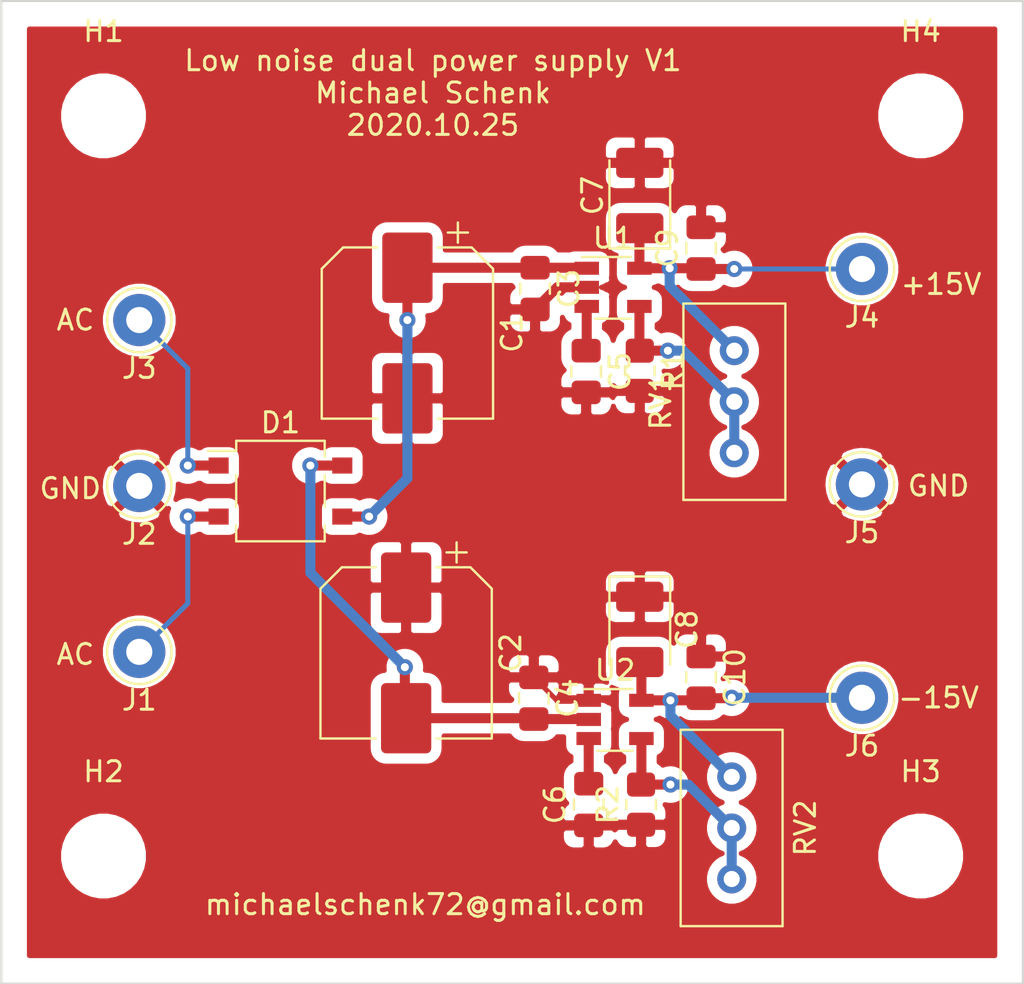
<source format=kicad_pcb>
(kicad_pcb (version 20171130) (host pcbnew "(5.1.7-0-10_14)")

  (general
    (thickness 1.6)
    (drawings 12)
    (tracks 72)
    (zones 0)
    (modules 27)
    (nets 12)
  )

  (page A4)
  (layers
    (0 F.Cu signal)
    (31 B.Cu signal)
    (32 B.Adhes user)
    (33 F.Adhes user)
    (34 B.Paste user)
    (35 F.Paste user)
    (36 B.SilkS user)
    (37 F.SilkS user)
    (38 B.Mask user)
    (39 F.Mask user)
    (40 Dwgs.User user)
    (41 Cmts.User user)
    (42 Eco1.User user)
    (43 Eco2.User user)
    (44 Edge.Cuts user)
    (45 Margin user)
    (46 B.CrtYd user)
    (47 F.CrtYd user)
    (48 B.Fab user)
    (49 F.Fab user)
  )

  (setup
    (last_trace_width 0.25)
    (user_trace_width 0.5)
    (trace_clearance 0.2)
    (zone_clearance 0.508)
    (zone_45_only no)
    (trace_min 0.2)
    (via_size 0.8)
    (via_drill 0.4)
    (via_min_size 0.4)
    (via_min_drill 0.3)
    (uvia_size 0.3)
    (uvia_drill 0.1)
    (uvias_allowed no)
    (uvia_min_size 0.2)
    (uvia_min_drill 0.1)
    (edge_width 0.05)
    (segment_width 0.2)
    (pcb_text_width 0.3)
    (pcb_text_size 1.5 1.5)
    (mod_edge_width 0.12)
    (mod_text_size 1 1)
    (mod_text_width 0.15)
    (pad_size 1.524 1.524)
    (pad_drill 0.762)
    (pad_to_mask_clearance 0)
    (aux_axis_origin 0 0)
    (visible_elements FFFFFF7F)
    (pcbplotparams
      (layerselection 0x010f0_ffffffff)
      (usegerberextensions false)
      (usegerberattributes false)
      (usegerberadvancedattributes false)
      (creategerberjobfile false)
      (excludeedgelayer true)
      (linewidth 0.100000)
      (plotframeref false)
      (viasonmask false)
      (mode 1)
      (useauxorigin false)
      (hpglpennumber 1)
      (hpglpenspeed 20)
      (hpglpendiameter 15.000000)
      (psnegative false)
      (psa4output false)
      (plotreference true)
      (plotvalue false)
      (plotinvisibletext false)
      (padsonsilk true)
      (subtractmaskfromsilk false)
      (outputformat 1)
      (mirror false)
      (drillshape 0)
      (scaleselection 1)
      (outputdirectory "gerber/"))
  )

  (net 0 "")
  (net 1 GND)
  (net 2 "Net-(C1-Pad1)")
  (net 3 "Net-(C2-Pad2)")
  (net 4 "Net-(C5-Pad1)")
  (net 5 "Net-(C6-Pad2)")
  (net 6 "Net-(C7-Pad1)")
  (net 7 "Net-(C10-Pad2)")
  (net 8 "Net-(D1-Pad2)")
  (net 9 "Net-(D1-Pad1)")
  (net 10 "Net-(R1-Pad1)")
  (net 11 "Net-(R2-Pad2)")

  (net_class Default "This is the default net class."
    (clearance 0.2)
    (trace_width 0.25)
    (via_dia 0.8)
    (via_drill 0.4)
    (uvia_dia 0.3)
    (uvia_drill 0.1)
    (add_net GND)
    (add_net "Net-(C1-Pad1)")
    (add_net "Net-(C10-Pad2)")
    (add_net "Net-(C2-Pad2)")
    (add_net "Net-(C5-Pad1)")
    (add_net "Net-(C6-Pad2)")
    (add_net "Net-(C7-Pad1)")
    (add_net "Net-(D1-Pad1)")
    (add_net "Net-(D1-Pad2)")
    (add_net "Net-(R1-Pad1)")
    (add_net "Net-(R2-Pad2)")
  )

  (module Package_TO_SOT_SMD:TSOT-23-5 (layer F.Cu) (tedit 5A02FF57) (tstamp 5F958D26)
    (at 110.53 75.753)
    (descr "5-pin TSOT23 package, http://cds.linear.com/docs/en/packaging/SOT_5_05-08-1635.pdf")
    (tags TSOT-23-5)
    (path /5F957B72)
    (attr smd)
    (fp_text reference U2 (at 0 -2.45) (layer F.SilkS)
      (effects (font (size 1 1) (thickness 0.15)))
    )
    (fp_text value LT1964-BYP (at 0 2.5) (layer F.Fab)
      (effects (font (size 1 1) (thickness 0.15)))
    )
    (fp_line (start 2.17 1.7) (end -2.17 1.7) (layer F.CrtYd) (width 0.05))
    (fp_line (start 2.17 1.7) (end 2.17 -1.7) (layer F.CrtYd) (width 0.05))
    (fp_line (start -2.17 -1.7) (end -2.17 1.7) (layer F.CrtYd) (width 0.05))
    (fp_line (start -2.17 -1.7) (end 2.17 -1.7) (layer F.CrtYd) (width 0.05))
    (fp_line (start 0.88 -1.45) (end 0.88 1.45) (layer F.Fab) (width 0.1))
    (fp_line (start 0.88 1.45) (end -0.88 1.45) (layer F.Fab) (width 0.1))
    (fp_line (start -0.88 -1) (end -0.88 1.45) (layer F.Fab) (width 0.1))
    (fp_line (start 0.88 -1.45) (end -0.43 -1.45) (layer F.Fab) (width 0.1))
    (fp_line (start -0.88 -1) (end -0.43 -1.45) (layer F.Fab) (width 0.1))
    (fp_line (start 0.88 -1.51) (end -1.55 -1.51) (layer F.SilkS) (width 0.12))
    (fp_line (start -0.88 1.56) (end 0.88 1.56) (layer F.SilkS) (width 0.12))
    (fp_text user %R (at 0 0 90) (layer F.Fab)
      (effects (font (size 0.5 0.5) (thickness 0.075)))
    )
    (pad 5 smd rect (at 1.31 -0.95) (size 1.22 0.65) (layers F.Cu F.Paste F.Mask)
      (net 7 "Net-(C10-Pad2)"))
    (pad 4 smd rect (at 1.31 0.95) (size 1.22 0.65) (layers F.Cu F.Paste F.Mask)
      (net 11 "Net-(R2-Pad2)"))
    (pad 3 smd rect (at -1.31 0.95) (size 1.22 0.65) (layers F.Cu F.Paste F.Mask)
      (net 5 "Net-(C6-Pad2)"))
    (pad 2 smd rect (at -1.31 0) (size 1.22 0.65) (layers F.Cu F.Paste F.Mask)
      (net 3 "Net-(C2-Pad2)"))
    (pad 1 smd rect (at -1.31 -0.95) (size 1.22 0.65) (layers F.Cu F.Paste F.Mask)
      (net 1 GND))
    (model ${KISYS3DMOD}/Package_TO_SOT_SMD.3dshapes/TSOT-23-5.wrl
      (at (xyz 0 0 0))
      (scale (xyz 1 1 1))
      (rotate (xyz 0 0 0))
    )
  )

  (module Package_TO_SOT_SMD:TSOT-23-5 (layer F.Cu) (tedit 5A02FF57) (tstamp 5F958D11)
    (at 110.431001 54.252001)
    (descr "5-pin TSOT23 package, http://cds.linear.com/docs/en/packaging/SOT_5_05-08-1635.pdf")
    (tags TSOT-23-5)
    (path /5F9572E9)
    (attr smd)
    (fp_text reference U1 (at 0 -2.45) (layer F.SilkS)
      (effects (font (size 1 1) (thickness 0.15)))
    )
    (fp_text value LT1761-BYP (at 0 2.5) (layer F.Fab)
      (effects (font (size 1 1) (thickness 0.15)))
    )
    (fp_line (start 2.17 1.7) (end -2.17 1.7) (layer F.CrtYd) (width 0.05))
    (fp_line (start 2.17 1.7) (end 2.17 -1.7) (layer F.CrtYd) (width 0.05))
    (fp_line (start -2.17 -1.7) (end -2.17 1.7) (layer F.CrtYd) (width 0.05))
    (fp_line (start -2.17 -1.7) (end 2.17 -1.7) (layer F.CrtYd) (width 0.05))
    (fp_line (start 0.88 -1.45) (end 0.88 1.45) (layer F.Fab) (width 0.1))
    (fp_line (start 0.88 1.45) (end -0.88 1.45) (layer F.Fab) (width 0.1))
    (fp_line (start -0.88 -1) (end -0.88 1.45) (layer F.Fab) (width 0.1))
    (fp_line (start 0.88 -1.45) (end -0.43 -1.45) (layer F.Fab) (width 0.1))
    (fp_line (start -0.88 -1) (end -0.43 -1.45) (layer F.Fab) (width 0.1))
    (fp_line (start 0.88 -1.51) (end -1.55 -1.51) (layer F.SilkS) (width 0.12))
    (fp_line (start -0.88 1.56) (end 0.88 1.56) (layer F.SilkS) (width 0.12))
    (fp_text user %R (at 0 0 90) (layer F.Fab)
      (effects (font (size 0.5 0.5) (thickness 0.075)))
    )
    (pad 5 smd rect (at 1.31 -0.95) (size 1.22 0.65) (layers F.Cu F.Paste F.Mask)
      (net 6 "Net-(C7-Pad1)"))
    (pad 4 smd rect (at 1.31 0.95) (size 1.22 0.65) (layers F.Cu F.Paste F.Mask)
      (net 10 "Net-(R1-Pad1)"))
    (pad 3 smd rect (at -1.31 0.95) (size 1.22 0.65) (layers F.Cu F.Paste F.Mask)
      (net 4 "Net-(C5-Pad1)"))
    (pad 2 smd rect (at -1.31 0) (size 1.22 0.65) (layers F.Cu F.Paste F.Mask)
      (net 1 GND))
    (pad 1 smd rect (at -1.31 -0.95) (size 1.22 0.65) (layers F.Cu F.Paste F.Mask)
      (net 2 "Net-(C1-Pad1)"))
    (model ${KISYS3DMOD}/Package_TO_SOT_SMD.3dshapes/TSOT-23-5.wrl
      (at (xyz 0 0 0))
      (scale (xyz 1 1 1))
      (rotate (xyz 0 0 0))
    )
  )

  (module Potentiometer_THT:Potentiometer_Bourns_3296W_Vertical (layer F.Cu) (tedit 5A3D4994) (tstamp 5F958CFC)
    (at 116.332 83.693 270)
    (descr "Potentiometer, vertical, Bourns 3296W, https://www.bourns.com/pdfs/3296.pdf")
    (tags "Potentiometer vertical Bourns 3296W")
    (path /5F998C09)
    (fp_text reference RV2 (at -2.54 -3.66 90) (layer F.SilkS)
      (effects (font (size 1 1) (thickness 0.15)))
    )
    (fp_text value 250k (at -2.54 3.67 90) (layer F.Fab)
      (effects (font (size 1 1) (thickness 0.15)))
    )
    (fp_line (start 2.5 -2.7) (end -7.6 -2.7) (layer F.CrtYd) (width 0.05))
    (fp_line (start 2.5 2.7) (end 2.5 -2.7) (layer F.CrtYd) (width 0.05))
    (fp_line (start -7.6 2.7) (end 2.5 2.7) (layer F.CrtYd) (width 0.05))
    (fp_line (start -7.6 -2.7) (end -7.6 2.7) (layer F.CrtYd) (width 0.05))
    (fp_line (start 2.345 -2.53) (end 2.345 2.54) (layer F.SilkS) (width 0.12))
    (fp_line (start -7.425 -2.53) (end -7.425 2.54) (layer F.SilkS) (width 0.12))
    (fp_line (start -7.425 2.54) (end 2.345 2.54) (layer F.SilkS) (width 0.12))
    (fp_line (start -7.425 -2.53) (end 2.345 -2.53) (layer F.SilkS) (width 0.12))
    (fp_line (start 0.955 2.235) (end 0.956 0.066) (layer F.Fab) (width 0.1))
    (fp_line (start 0.955 2.235) (end 0.956 0.066) (layer F.Fab) (width 0.1))
    (fp_line (start 2.225 -2.41) (end -7.305 -2.41) (layer F.Fab) (width 0.1))
    (fp_line (start 2.225 2.42) (end 2.225 -2.41) (layer F.Fab) (width 0.1))
    (fp_line (start -7.305 2.42) (end 2.225 2.42) (layer F.Fab) (width 0.1))
    (fp_line (start -7.305 -2.41) (end -7.305 2.42) (layer F.Fab) (width 0.1))
    (fp_circle (center 0.955 1.15) (end 2.05 1.15) (layer F.Fab) (width 0.1))
    (fp_text user %R (at -3.175 0.005 90) (layer F.Fab)
      (effects (font (size 1 1) (thickness 0.15)))
    )
    (pad 3 thru_hole circle (at -5.08 0 270) (size 1.44 1.44) (drill 0.8) (layers *.Cu *.Mask)
      (net 7 "Net-(C10-Pad2)"))
    (pad 2 thru_hole circle (at -2.54 0 270) (size 1.44 1.44) (drill 0.8) (layers *.Cu *.Mask)
      (net 11 "Net-(R2-Pad2)"))
    (pad 1 thru_hole circle (at 0 0 270) (size 1.44 1.44) (drill 0.8) (layers *.Cu *.Mask)
      (net 11 "Net-(R2-Pad2)"))
    (model ${KISYS3DMOD}/Potentiometer_THT.3dshapes/Potentiometer_Bourns_3296W_Vertical.wrl
      (at (xyz 0 0 0))
      (scale (xyz 1 1 1))
      (rotate (xyz 0 0 0))
    )
  )

  (module Potentiometer_THT:Potentiometer_Bourns_3296W_Vertical (layer F.Cu) (tedit 5A3D4994) (tstamp 5F958CE5)
    (at 116.459 57.404 90)
    (descr "Potentiometer, vertical, Bourns 3296W, https://www.bourns.com/pdfs/3296.pdf")
    (tags "Potentiometer vertical Bourns 3296W")
    (path /5F95A600)
    (fp_text reference RV1 (at -2.54 -3.66 90) (layer F.SilkS)
      (effects (font (size 1 1) (thickness 0.15)))
    )
    (fp_text value 250k (at -2.54 3.67 90) (layer F.Fab)
      (effects (font (size 1 1) (thickness 0.15)))
    )
    (fp_line (start 2.5 -2.7) (end -7.6 -2.7) (layer F.CrtYd) (width 0.05))
    (fp_line (start 2.5 2.7) (end 2.5 -2.7) (layer F.CrtYd) (width 0.05))
    (fp_line (start -7.6 2.7) (end 2.5 2.7) (layer F.CrtYd) (width 0.05))
    (fp_line (start -7.6 -2.7) (end -7.6 2.7) (layer F.CrtYd) (width 0.05))
    (fp_line (start 2.345 -2.53) (end 2.345 2.54) (layer F.SilkS) (width 0.12))
    (fp_line (start -7.425 -2.53) (end -7.425 2.54) (layer F.SilkS) (width 0.12))
    (fp_line (start -7.425 2.54) (end 2.345 2.54) (layer F.SilkS) (width 0.12))
    (fp_line (start -7.425 -2.53) (end 2.345 -2.53) (layer F.SilkS) (width 0.12))
    (fp_line (start 0.955 2.235) (end 0.956 0.066) (layer F.Fab) (width 0.1))
    (fp_line (start 0.955 2.235) (end 0.956 0.066) (layer F.Fab) (width 0.1))
    (fp_line (start 2.225 -2.41) (end -7.305 -2.41) (layer F.Fab) (width 0.1))
    (fp_line (start 2.225 2.42) (end 2.225 -2.41) (layer F.Fab) (width 0.1))
    (fp_line (start -7.305 2.42) (end 2.225 2.42) (layer F.Fab) (width 0.1))
    (fp_line (start -7.305 -2.41) (end -7.305 2.42) (layer F.Fab) (width 0.1))
    (fp_circle (center 0.955 1.15) (end 2.05 1.15) (layer F.Fab) (width 0.1))
    (fp_text user %R (at -3.175 0.005 90) (layer F.Fab)
      (effects (font (size 1 1) (thickness 0.15)))
    )
    (pad 3 thru_hole circle (at -5.08 0 90) (size 1.44 1.44) (drill 0.8) (layers *.Cu *.Mask)
      (net 10 "Net-(R1-Pad1)"))
    (pad 2 thru_hole circle (at -2.54 0 90) (size 1.44 1.44) (drill 0.8) (layers *.Cu *.Mask)
      (net 10 "Net-(R1-Pad1)"))
    (pad 1 thru_hole circle (at 0 0 90) (size 1.44 1.44) (drill 0.8) (layers *.Cu *.Mask)
      (net 6 "Net-(C7-Pad1)"))
    (model ${KISYS3DMOD}/Potentiometer_THT.3dshapes/Potentiometer_Bourns_3296W_Vertical.wrl
      (at (xyz 0 0 0))
      (scale (xyz 1 1 1))
      (rotate (xyz 0 0 0))
    )
  )

  (module Resistor_SMD:R_0805_2012Metric_Pad1.20x1.40mm_HandSolder (layer F.Cu) (tedit 5F68FEEE) (tstamp 5F958CCE)
    (at 111.8235 79.994 90)
    (descr "Resistor SMD 0805 (2012 Metric), square (rectangular) end terminal, IPC_7351 nominal with elongated pad for handsoldering. (Body size source: IPC-SM-782 page 72, https://www.pcb-3d.com/wordpress/wp-content/uploads/ipc-sm-782a_amendment_1_and_2.pdf), generated with kicad-footprint-generator")
    (tags "resistor handsolder")
    (path /5F99C2E1)
    (attr smd)
    (fp_text reference R2 (at 0 -1.65 90) (layer F.SilkS)
      (effects (font (size 1 1) (thickness 0.15)))
    )
    (fp_text value 15k (at 0 1.65 90) (layer F.Fab)
      (effects (font (size 1 1) (thickness 0.15)))
    )
    (fp_line (start 1.85 0.95) (end -1.85 0.95) (layer F.CrtYd) (width 0.05))
    (fp_line (start 1.85 -0.95) (end 1.85 0.95) (layer F.CrtYd) (width 0.05))
    (fp_line (start -1.85 -0.95) (end 1.85 -0.95) (layer F.CrtYd) (width 0.05))
    (fp_line (start -1.85 0.95) (end -1.85 -0.95) (layer F.CrtYd) (width 0.05))
    (fp_line (start -0.227064 0.735) (end 0.227064 0.735) (layer F.SilkS) (width 0.12))
    (fp_line (start -0.227064 -0.735) (end 0.227064 -0.735) (layer F.SilkS) (width 0.12))
    (fp_line (start 1 0.625) (end -1 0.625) (layer F.Fab) (width 0.1))
    (fp_line (start 1 -0.625) (end 1 0.625) (layer F.Fab) (width 0.1))
    (fp_line (start -1 -0.625) (end 1 -0.625) (layer F.Fab) (width 0.1))
    (fp_line (start -1 0.625) (end -1 -0.625) (layer F.Fab) (width 0.1))
    (fp_text user %R (at 0 0 90) (layer F.Fab)
      (effects (font (size 0.5 0.5) (thickness 0.08)))
    )
    (pad 2 smd roundrect (at 1 0 90) (size 1.2 1.4) (layers F.Cu F.Paste F.Mask) (roundrect_rratio 0.2083325)
      (net 11 "Net-(R2-Pad2)"))
    (pad 1 smd roundrect (at -1 0 90) (size 1.2 1.4) (layers F.Cu F.Paste F.Mask) (roundrect_rratio 0.2083325)
      (net 1 GND))
    (model ${KISYS3DMOD}/Resistor_SMD.3dshapes/R_0805_2012Metric.wrl
      (at (xyz 0 0 0))
      (scale (xyz 1 1 1))
      (rotate (xyz 0 0 0))
    )
  )

  (module Resistor_SMD:R_0805_2012Metric_Pad1.20x1.40mm_HandSolder (layer F.Cu) (tedit 5F68FEEE) (tstamp 5F958CBD)
    (at 111.76 58.404 270)
    (descr "Resistor SMD 0805 (2012 Metric), square (rectangular) end terminal, IPC_7351 nominal with elongated pad for handsoldering. (Body size source: IPC-SM-782 page 72, https://www.pcb-3d.com/wordpress/wp-content/uploads/ipc-sm-782a_amendment_1_and_2.pdf), generated with kicad-footprint-generator")
    (tags "resistor handsolder")
    (path /5F95888A)
    (attr smd)
    (fp_text reference R1 (at 0 -1.65 90) (layer F.SilkS)
      (effects (font (size 1 1) (thickness 0.15)))
    )
    (fp_text value 15k (at 0 1.65 90) (layer F.Fab)
      (effects (font (size 1 1) (thickness 0.15)))
    )
    (fp_line (start 1.85 0.95) (end -1.85 0.95) (layer F.CrtYd) (width 0.05))
    (fp_line (start 1.85 -0.95) (end 1.85 0.95) (layer F.CrtYd) (width 0.05))
    (fp_line (start -1.85 -0.95) (end 1.85 -0.95) (layer F.CrtYd) (width 0.05))
    (fp_line (start -1.85 0.95) (end -1.85 -0.95) (layer F.CrtYd) (width 0.05))
    (fp_line (start -0.227064 0.735) (end 0.227064 0.735) (layer F.SilkS) (width 0.12))
    (fp_line (start -0.227064 -0.735) (end 0.227064 -0.735) (layer F.SilkS) (width 0.12))
    (fp_line (start 1 0.625) (end -1 0.625) (layer F.Fab) (width 0.1))
    (fp_line (start 1 -0.625) (end 1 0.625) (layer F.Fab) (width 0.1))
    (fp_line (start -1 -0.625) (end 1 -0.625) (layer F.Fab) (width 0.1))
    (fp_line (start -1 0.625) (end -1 -0.625) (layer F.Fab) (width 0.1))
    (fp_text user %R (at 0 0 90) (layer F.Fab)
      (effects (font (size 0.5 0.5) (thickness 0.08)))
    )
    (pad 2 smd roundrect (at 1 0 270) (size 1.2 1.4) (layers F.Cu F.Paste F.Mask) (roundrect_rratio 0.2083325)
      (net 1 GND))
    (pad 1 smd roundrect (at -1 0 270) (size 1.2 1.4) (layers F.Cu F.Paste F.Mask) (roundrect_rratio 0.2083325)
      (net 10 "Net-(R1-Pad1)"))
    (model ${KISYS3DMOD}/Resistor_SMD.3dshapes/R_0805_2012Metric.wrl
      (at (xyz 0 0 0))
      (scale (xyz 1 1 1))
      (rotate (xyz 0 0 0))
    )
  )

  (module Connector_Pin:Pin_D1.3mm_L11.0mm (layer F.Cu) (tedit 5A1DC085) (tstamp 5F958ABA)
    (at 122.809 74.676)
    (descr "solder Pin_ diameter 1.3mm, hole diameter 1.3mm, length 11.0mm")
    (tags "solder Pin_ pressfit")
    (path /5F96951B)
    (fp_text reference J6 (at 0 2.4) (layer F.SilkS)
      (effects (font (size 1 1) (thickness 0.15)))
    )
    (fp_text value -15V (at 0 -2.05) (layer F.Fab)
      (effects (font (size 1 1) (thickness 0.15)))
    )
    (fp_circle (center 0 0) (end 1.6 0.05) (layer F.SilkS) (width 0.12))
    (fp_circle (center 0 0) (end 1.25 -0.05) (layer F.Fab) (width 0.12))
    (fp_circle (center 0 0) (end 0.65 -0.05) (layer F.Fab) (width 0.12))
    (fp_circle (center 0 0) (end 1.8 0) (layer F.CrtYd) (width 0.05))
    (fp_text user %R (at 0 2.4) (layer F.Fab)
      (effects (font (size 1 1) (thickness 0.15)))
    )
    (pad 1 thru_hole circle (at 0 0) (size 2.6 2.6) (drill 1.3) (layers *.Cu *.Mask)
      (net 7 "Net-(C10-Pad2)"))
    (model ${KISYS3DMOD}/Connector_Pin.3dshapes/Pin_D1.3mm_L11.0mm.wrl
      (at (xyz 0 0 0))
      (scale (xyz 1 1 1))
      (rotate (xyz 0 0 0))
    )
  )

  (module Connector_Pin:Pin_D1.3mm_L11.0mm (layer F.Cu) (tedit 5A1DC085) (tstamp 5F958A82)
    (at 122.809 64.0588)
    (descr "solder Pin_ diameter 1.3mm, hole diameter 1.3mm, length 11.0mm")
    (tags "solder Pin_ pressfit")
    (path /5F96866D)
    (fp_text reference J5 (at 0 2.4) (layer F.SilkS)
      (effects (font (size 1 1) (thickness 0.15)))
    )
    (fp_text value GND (at 0 -2.05) (layer F.Fab)
      (effects (font (size 1 1) (thickness 0.15)))
    )
    (fp_circle (center 0 0) (end 1.6 0.05) (layer F.SilkS) (width 0.12))
    (fp_circle (center 0 0) (end 1.25 -0.05) (layer F.Fab) (width 0.12))
    (fp_circle (center 0 0) (end 0.65 -0.05) (layer F.Fab) (width 0.12))
    (fp_circle (center 0 0) (end 1.8 0) (layer F.CrtYd) (width 0.05))
    (fp_text user %R (at 0 2.4) (layer F.Fab)
      (effects (font (size 1 1) (thickness 0.15)))
    )
    (pad 1 thru_hole circle (at 0 0) (size 2.6 2.6) (drill 1.3) (layers *.Cu *.Mask)
      (net 1 GND))
    (model ${KISYS3DMOD}/Connector_Pin.3dshapes/Pin_D1.3mm_L11.0mm.wrl
      (at (xyz 0 0 0))
      (scale (xyz 1 1 1))
      (rotate (xyz 0 0 0))
    )
  )

  (module Connector_Pin:Pin_D1.3mm_L11.0mm (layer F.Cu) (tedit 5A1DC085) (tstamp 5F958C98)
    (at 122.809 53.34)
    (descr "solder Pin_ diameter 1.3mm, hole diameter 1.3mm, length 11.0mm")
    (tags "solder Pin_ pressfit")
    (path /5F968F41)
    (fp_text reference J4 (at 0 2.4) (layer F.SilkS)
      (effects (font (size 1 1) (thickness 0.15)))
    )
    (fp_text value +15V (at 0 -2.05) (layer F.Fab)
      (effects (font (size 1 1) (thickness 0.15)))
    )
    (fp_circle (center 0 0) (end 1.6 0.05) (layer F.SilkS) (width 0.12))
    (fp_circle (center 0 0) (end 1.25 -0.05) (layer F.Fab) (width 0.12))
    (fp_circle (center 0 0) (end 0.65 -0.05) (layer F.Fab) (width 0.12))
    (fp_circle (center 0 0) (end 1.8 0) (layer F.CrtYd) (width 0.05))
    (fp_text user %R (at 0 2.4) (layer F.Fab)
      (effects (font (size 1 1) (thickness 0.15)))
    )
    (pad 1 thru_hole circle (at 0 0) (size 2.6 2.6) (drill 1.3) (layers *.Cu *.Mask)
      (net 6 "Net-(C7-Pad1)"))
    (model ${KISYS3DMOD}/Connector_Pin.3dshapes/Pin_D1.3mm_L11.0mm.wrl
      (at (xyz 0 0 0))
      (scale (xyz 1 1 1))
      (rotate (xyz 0 0 0))
    )
  )

  (module Connector_Pin:Pin_D1.3mm_L11.0mm (layer F.Cu) (tedit 5A1DC085) (tstamp 5F958C8E)
    (at 86.868 55.88)
    (descr "solder Pin_ diameter 1.3mm, hole diameter 1.3mm, length 11.0mm")
    (tags "solder Pin_ pressfit")
    (path /5F95F6D2)
    (fp_text reference J3 (at 0 2.4) (layer F.SilkS)
      (effects (font (size 1 1) (thickness 0.15)))
    )
    (fp_text value AC (at 0 -2.05) (layer F.Fab)
      (effects (font (size 1 1) (thickness 0.15)))
    )
    (fp_circle (center 0 0) (end 1.6 0.05) (layer F.SilkS) (width 0.12))
    (fp_circle (center 0 0) (end 1.25 -0.05) (layer F.Fab) (width 0.12))
    (fp_circle (center 0 0) (end 0.65 -0.05) (layer F.Fab) (width 0.12))
    (fp_circle (center 0 0) (end 1.8 0) (layer F.CrtYd) (width 0.05))
    (fp_text user %R (at 0 2.4) (layer F.Fab)
      (effects (font (size 1 1) (thickness 0.15)))
    )
    (pad 1 thru_hole circle (at 0 0) (size 2.6 2.6) (drill 1.3) (layers *.Cu *.Mask)
      (net 9 "Net-(D1-Pad1)"))
    (model ${KISYS3DMOD}/Connector_Pin.3dshapes/Pin_D1.3mm_L11.0mm.wrl
      (at (xyz 0 0 0))
      (scale (xyz 1 1 1))
      (rotate (xyz 0 0 0))
    )
  )

  (module Connector_Pin:Pin_D1.3mm_L11.0mm (layer F.Cu) (tedit 5A1DC085) (tstamp 5F95A3D5)
    (at 86.868 64.135)
    (descr "solder Pin_ diameter 1.3mm, hole diameter 1.3mm, length 11.0mm")
    (tags "solder Pin_ pressfit")
    (path /5F959844)
    (fp_text reference J2 (at 0 2.4) (layer F.SilkS)
      (effects (font (size 1 1) (thickness 0.15)))
    )
    (fp_text value GND (at 0 -2.05) (layer F.Fab)
      (effects (font (size 1 1) (thickness 0.15)))
    )
    (fp_circle (center 0 0) (end 1.6 0.05) (layer F.SilkS) (width 0.12))
    (fp_circle (center 0 0) (end 1.25 -0.05) (layer F.Fab) (width 0.12))
    (fp_circle (center 0 0) (end 0.65 -0.05) (layer F.Fab) (width 0.12))
    (fp_circle (center 0 0) (end 1.8 0) (layer F.CrtYd) (width 0.05))
    (fp_text user %R (at 0 2.4) (layer F.Fab)
      (effects (font (size 1 1) (thickness 0.15)))
    )
    (pad 1 thru_hole circle (at 0 0) (size 2.6 2.6) (drill 1.3) (layers *.Cu *.Mask)
      (net 1 GND))
    (model ${KISYS3DMOD}/Connector_Pin.3dshapes/Pin_D1.3mm_L11.0mm.wrl
      (at (xyz 0 0 0))
      (scale (xyz 1 1 1))
      (rotate (xyz 0 0 0))
    )
  )

  (module Connector_Pin:Pin_D1.3mm_L11.0mm (layer F.Cu) (tedit 5A1DC085) (tstamp 5F958C7A)
    (at 86.868 72.39)
    (descr "solder Pin_ diameter 1.3mm, hole diameter 1.3mm, length 11.0mm")
    (tags "solder Pin_ pressfit")
    (path /5F95F176)
    (fp_text reference J1 (at 0 2.4) (layer F.SilkS)
      (effects (font (size 1 1) (thickness 0.15)))
    )
    (fp_text value AC (at 0 -2.05) (layer F.Fab)
      (effects (font (size 1 1) (thickness 0.15)))
    )
    (fp_circle (center 0 0) (end 1.6 0.05) (layer F.SilkS) (width 0.12))
    (fp_circle (center 0 0) (end 1.25 -0.05) (layer F.Fab) (width 0.12))
    (fp_circle (center 0 0) (end 0.65 -0.05) (layer F.Fab) (width 0.12))
    (fp_circle (center 0 0) (end 1.8 0) (layer F.CrtYd) (width 0.05))
    (fp_text user %R (at 0 2.4) (layer F.Fab)
      (effects (font (size 1 1) (thickness 0.15)))
    )
    (pad 1 thru_hole circle (at 0 0) (size 2.6 2.6) (drill 1.3) (layers *.Cu *.Mask)
      (net 8 "Net-(D1-Pad2)"))
    (model ${KISYS3DMOD}/Connector_Pin.3dshapes/Pin_D1.3mm_L11.0mm.wrl
      (at (xyz 0 0 0))
      (scale (xyz 1 1 1))
      (rotate (xyz 0 0 0))
    )
  )

  (module MountingHole:MountingHole_3.2mm_M3 (layer F.Cu) (tedit 56D1B4CB) (tstamp 5F958C70)
    (at 125.73 45.72)
    (descr "Mounting Hole 3.2mm, no annular, M3")
    (tags "mounting hole 3.2mm no annular m3")
    (path /5F95DB8E)
    (attr virtual)
    (fp_text reference H4 (at 0 -4.2) (layer F.SilkS)
      (effects (font (size 1 1) (thickness 0.15)))
    )
    (fp_text value MountingHole (at 0 4.2) (layer F.Fab)
      (effects (font (size 1 1) (thickness 0.15)))
    )
    (fp_circle (center 0 0) (end 3.45 0) (layer F.CrtYd) (width 0.05))
    (fp_circle (center 0 0) (end 3.2 0) (layer Cmts.User) (width 0.15))
    (fp_text user %R (at 0.3 0) (layer F.Fab)
      (effects (font (size 1 1) (thickness 0.15)))
    )
    (pad 1 np_thru_hole circle (at 0 0) (size 3.2 3.2) (drill 3.2) (layers *.Cu *.Mask))
  )

  (module MountingHole:MountingHole_3.2mm_M3 (layer F.Cu) (tedit 56D1B4CB) (tstamp 5F9584E3)
    (at 125.73 82.55)
    (descr "Mounting Hole 3.2mm, no annular, M3")
    (tags "mounting hole 3.2mm no annular m3")
    (path /5F95D7C8)
    (attr virtual)
    (fp_text reference H3 (at 0 -4.2) (layer F.SilkS)
      (effects (font (size 1 1) (thickness 0.15)))
    )
    (fp_text value MountingHole (at 0 4.2) (layer F.Fab)
      (effects (font (size 1 1) (thickness 0.15)))
    )
    (fp_circle (center 0 0) (end 3.45 0) (layer F.CrtYd) (width 0.05))
    (fp_circle (center 0 0) (end 3.2 0) (layer Cmts.User) (width 0.15))
    (fp_text user %R (at 0.3 0) (layer F.Fab)
      (effects (font (size 1 1) (thickness 0.15)))
    )
    (pad 1 np_thru_hole circle (at 0 0) (size 3.2 3.2) (drill 3.2) (layers *.Cu *.Mask))
  )

  (module MountingHole:MountingHole_3.2mm_M3 (layer F.Cu) (tedit 56D1B4CB) (tstamp 5F95850A)
    (at 85.09 82.55)
    (descr "Mounting Hole 3.2mm, no annular, M3")
    (tags "mounting hole 3.2mm no annular m3")
    (path /5F95D9CD)
    (attr virtual)
    (fp_text reference H2 (at 0 -4.2) (layer F.SilkS)
      (effects (font (size 1 1) (thickness 0.15)))
    )
    (fp_text value MountingHole (at 0 4.2) (layer F.Fab)
      (effects (font (size 1 1) (thickness 0.15)))
    )
    (fp_circle (center 0 0) (end 3.45 0) (layer F.CrtYd) (width 0.05))
    (fp_circle (center 0 0) (end 3.2 0) (layer Cmts.User) (width 0.15))
    (fp_text user %R (at 0.3 0) (layer F.Fab)
      (effects (font (size 1 1) (thickness 0.15)))
    )
    (pad 1 np_thru_hole circle (at 0 0) (size 3.2 3.2) (drill 3.2) (layers *.Cu *.Mask))
  )

  (module MountingHole:MountingHole_3.2mm_M3 (layer F.Cu) (tedit 56D1B4CB) (tstamp 5F958C58)
    (at 85.09 45.72)
    (descr "Mounting Hole 3.2mm, no annular, M3")
    (tags "mounting hole 3.2mm no annular m3")
    (path /5F95CBEB)
    (attr virtual)
    (fp_text reference H1 (at 0 -4.2) (layer F.SilkS)
      (effects (font (size 1 1) (thickness 0.15)))
    )
    (fp_text value MountingHole (at 0 4.2) (layer F.Fab)
      (effects (font (size 1 1) (thickness 0.15)))
    )
    (fp_circle (center 0 0) (end 3.45 0) (layer F.CrtYd) (width 0.05))
    (fp_circle (center 0 0) (end 3.2 0) (layer Cmts.User) (width 0.15))
    (fp_text user %R (at 0.3 0) (layer F.Fab)
      (effects (font (size 1 1) (thickness 0.15)))
    )
    (pad 1 np_thru_hole circle (at 0 0) (size 3.2 3.2) (drill 3.2) (layers *.Cu *.Mask))
  )

  (module Package_TO_SOT_SMD:TO-269AA (layer F.Cu) (tedit 5A4F6848) (tstamp 5F958C50)
    (at 93.8895 64.389)
    (descr "SMD package TO-269AA (e.g. diode bridge), see http://www.vishay.com/docs/88854/padlayouts.pdf")
    (tags "TO-269AA MBS diode bridge")
    (path /5F95E1FB)
    (attr smd)
    (fp_text reference D1 (at 0 -3.4) (layer F.SilkS)
      (effects (font (size 1 1) (thickness 0.15)))
    )
    (fp_text value MB4S (at 0 3.5) (layer F.Fab)
      (effects (font (size 1 1) (thickness 0.15)))
    )
    (fp_line (start 3.83 2.65) (end -3.82 2.65) (layer F.CrtYd) (width 0.05))
    (fp_line (start 3.83 2.65) (end 3.83 -2.65) (layer F.CrtYd) (width 0.05))
    (fp_line (start -3.82 -2.65) (end -3.82 2.65) (layer F.CrtYd) (width 0.05))
    (fp_line (start -3.82 -2.65) (end 3.83 -2.65) (layer F.CrtYd) (width 0.05))
    (fp_line (start -1.35 -2.4) (end 2.05 -2.4) (layer F.Fab) (width 0.12))
    (fp_line (start -2.05 -1.7) (end -1.35 -2.4) (layer F.Fab) (width 0.12))
    (fp_line (start -2.05 2.4) (end -2.05 -1.7) (layer F.Fab) (width 0.12))
    (fp_line (start 2.05 2.4) (end -2.05 2.4) (layer F.Fab) (width 0.12))
    (fp_line (start 2.05 -2.4) (end 2.05 2.4) (layer F.Fab) (width 0.12))
    (fp_line (start -2.2 2.5) (end -2.2 1.7) (layer F.SilkS) (width 0.12))
    (fp_line (start 2.2 2.5) (end -2.2 2.5) (layer F.SilkS) (width 0.12))
    (fp_line (start 2.2 1.7) (end 2.2 2.5) (layer F.SilkS) (width 0.12))
    (fp_line (start 2.2 -2.5) (end -2.2 -2.5) (layer F.SilkS) (width 0.12))
    (fp_line (start 2.2 -1.7) (end 2.2 -2.5) (layer F.SilkS) (width 0.12))
    (fp_line (start -2.2 -0.8) (end -2.2 0.8) (layer F.SilkS) (width 0.12))
    (fp_line (start 2.2 -0.8) (end 2.2 0.8) (layer F.SilkS) (width 0.12))
    (fp_line (start -2.2 -2) (end -3.6 -2) (layer F.SilkS) (width 0.12))
    (fp_line (start -2.2 -2.5) (end -2.2 -2) (layer F.SilkS) (width 0.12))
    (fp_text user %R (at 0 -0.065) (layer F.Fab)
      (effects (font (size 1 1) (thickness 0.15)))
    )
    (pad 4 smd rect (at 3.075 -1.27) (size 1 0.8) (layers F.Cu F.Paste F.Mask)
      (net 3 "Net-(C2-Pad2)"))
    (pad 3 smd rect (at 3.075 1.27) (size 1 0.8) (layers F.Cu F.Paste F.Mask)
      (net 2 "Net-(C1-Pad1)"))
    (pad 2 smd rect (at -3.075 1.27) (size 1 0.8) (layers F.Cu F.Paste F.Mask)
      (net 8 "Net-(D1-Pad2)"))
    (pad 1 smd rect (at -3.075 -1.27) (size 1 0.8) (layers F.Cu F.Paste F.Mask)
      (net 9 "Net-(D1-Pad1)"))
    (model ${KISYS3DMOD}/Package_TO_SOT_SMD.3dshapes/TO-269AA.wrl
      (at (xyz 0 0 0))
      (scale (xyz 1 1 1))
      (rotate (xyz 0 0 0))
    )
  )

  (module Capacitor_SMD:C_0805_2012Metric_Pad1.18x1.45mm_HandSolder (layer F.Cu) (tedit 5F68FEEF) (tstamp 5F958C35)
    (at 114.808 73.66 270)
    (descr "Capacitor SMD 0805 (2012 Metric), square (rectangular) end terminal, IPC_7351 nominal with elongated pad for handsoldering. (Body size source: IPC-SM-782 page 76, https://www.pcb-3d.com/wordpress/wp-content/uploads/ipc-sm-782a_amendment_1_and_2.pdf, https://docs.google.com/spreadsheets/d/1BsfQQcO9C6DZCsRaXUlFlo91Tg2WpOkGARC1WS5S8t0/edit?usp=sharing), generated with kicad-footprint-generator")
    (tags "capacitor handsolder")
    (path /5F9919F2)
    (attr smd)
    (fp_text reference C10 (at 0 -1.68 90) (layer F.SilkS)
      (effects (font (size 1 1) (thickness 0.15)))
    )
    (fp_text value 100n (at 0 1.68 90) (layer F.Fab)
      (effects (font (size 1 1) (thickness 0.15)))
    )
    (fp_line (start 1.88 0.98) (end -1.88 0.98) (layer F.CrtYd) (width 0.05))
    (fp_line (start 1.88 -0.98) (end 1.88 0.98) (layer F.CrtYd) (width 0.05))
    (fp_line (start -1.88 -0.98) (end 1.88 -0.98) (layer F.CrtYd) (width 0.05))
    (fp_line (start -1.88 0.98) (end -1.88 -0.98) (layer F.CrtYd) (width 0.05))
    (fp_line (start -0.261252 0.735) (end 0.261252 0.735) (layer F.SilkS) (width 0.12))
    (fp_line (start -0.261252 -0.735) (end 0.261252 -0.735) (layer F.SilkS) (width 0.12))
    (fp_line (start 1 0.625) (end -1 0.625) (layer F.Fab) (width 0.1))
    (fp_line (start 1 -0.625) (end 1 0.625) (layer F.Fab) (width 0.1))
    (fp_line (start -1 -0.625) (end 1 -0.625) (layer F.Fab) (width 0.1))
    (fp_line (start -1 0.625) (end -1 -0.625) (layer F.Fab) (width 0.1))
    (fp_text user %R (at 0 0 90) (layer F.Fab)
      (effects (font (size 0.5 0.5) (thickness 0.08)))
    )
    (pad 2 smd roundrect (at 1.0375 0 270) (size 1.175 1.45) (layers F.Cu F.Paste F.Mask) (roundrect_rratio 0.2127659574468085)
      (net 7 "Net-(C10-Pad2)"))
    (pad 1 smd roundrect (at -1.0375 0 270) (size 1.175 1.45) (layers F.Cu F.Paste F.Mask) (roundrect_rratio 0.2127659574468085)
      (net 1 GND))
    (model ${KISYS3DMOD}/Capacitor_SMD.3dshapes/C_0805_2012Metric.wrl
      (at (xyz 0 0 0))
      (scale (xyz 1 1 1))
      (rotate (xyz 0 0 0))
    )
  )

  (module Capacitor_SMD:C_0805_2012Metric_Pad1.18x1.45mm_HandSolder (layer F.Cu) (tedit 5F68FEEF) (tstamp 5F958C24)
    (at 114.808 52.3025 90)
    (descr "Capacitor SMD 0805 (2012 Metric), square (rectangular) end terminal, IPC_7351 nominal with elongated pad for handsoldering. (Body size source: IPC-SM-782 page 76, https://www.pcb-3d.com/wordpress/wp-content/uploads/ipc-sm-782a_amendment_1_and_2.pdf, https://docs.google.com/spreadsheets/d/1BsfQQcO9C6DZCsRaXUlFlo91Tg2WpOkGARC1WS5S8t0/edit?usp=sharing), generated with kicad-footprint-generator")
    (tags "capacitor handsolder")
    (path /5F973298)
    (attr smd)
    (fp_text reference C9 (at 0 -1.68 90) (layer F.SilkS)
      (effects (font (size 1 1) (thickness 0.15)))
    )
    (fp_text value 100n (at 0 1.68 90) (layer F.Fab)
      (effects (font (size 1 1) (thickness 0.15)))
    )
    (fp_line (start 1.88 0.98) (end -1.88 0.98) (layer F.CrtYd) (width 0.05))
    (fp_line (start 1.88 -0.98) (end 1.88 0.98) (layer F.CrtYd) (width 0.05))
    (fp_line (start -1.88 -0.98) (end 1.88 -0.98) (layer F.CrtYd) (width 0.05))
    (fp_line (start -1.88 0.98) (end -1.88 -0.98) (layer F.CrtYd) (width 0.05))
    (fp_line (start -0.261252 0.735) (end 0.261252 0.735) (layer F.SilkS) (width 0.12))
    (fp_line (start -0.261252 -0.735) (end 0.261252 -0.735) (layer F.SilkS) (width 0.12))
    (fp_line (start 1 0.625) (end -1 0.625) (layer F.Fab) (width 0.1))
    (fp_line (start 1 -0.625) (end 1 0.625) (layer F.Fab) (width 0.1))
    (fp_line (start -1 -0.625) (end 1 -0.625) (layer F.Fab) (width 0.1))
    (fp_line (start -1 0.625) (end -1 -0.625) (layer F.Fab) (width 0.1))
    (fp_text user %R (at 0 0 90) (layer F.Fab)
      (effects (font (size 0.5 0.5) (thickness 0.08)))
    )
    (pad 2 smd roundrect (at 1.0375 0 90) (size 1.175 1.45) (layers F.Cu F.Paste F.Mask) (roundrect_rratio 0.2127659574468085)
      (net 1 GND))
    (pad 1 smd roundrect (at -1.0375 0 90) (size 1.175 1.45) (layers F.Cu F.Paste F.Mask) (roundrect_rratio 0.2127659574468085)
      (net 6 "Net-(C7-Pad1)"))
    (model ${KISYS3DMOD}/Capacitor_SMD.3dshapes/C_0805_2012Metric.wrl
      (at (xyz 0 0 0))
      (scale (xyz 1 1 1))
      (rotate (xyz 0 0 0))
    )
  )

  (module Capacitor_Tantalum_SMD:CP_EIA-3528-12_Kemet-T_Pad1.50x2.35mm_HandSolder (layer F.Cu) (tedit 5EBA9318) (tstamp 5F958C13)
    (at 111.76 71.273 270)
    (descr "Tantalum Capacitor SMD Kemet-T (3528-12 Metric), IPC_7351 nominal, (Body size from: http://www.kemet.com/Lists/ProductCatalog/Attachments/253/KEM_TC101_STD.pdf), generated with kicad-footprint-generator")
    (tags "capacitor tantalum")
    (path /5F9919EC)
    (attr smd)
    (fp_text reference C8 (at 0 -2.35 90) (layer F.SilkS)
      (effects (font (size 1 1) (thickness 0.15)))
    )
    (fp_text value 10u (at 0 2.35 90) (layer F.Fab)
      (effects (font (size 1 1) (thickness 0.15)))
    )
    (fp_line (start 2.62 1.65) (end -2.62 1.65) (layer F.CrtYd) (width 0.05))
    (fp_line (start 2.62 -1.65) (end 2.62 1.65) (layer F.CrtYd) (width 0.05))
    (fp_line (start -2.62 -1.65) (end 2.62 -1.65) (layer F.CrtYd) (width 0.05))
    (fp_line (start -2.62 1.65) (end -2.62 -1.65) (layer F.CrtYd) (width 0.05))
    (fp_line (start -2.635 1.51) (end 1.75 1.51) (layer F.SilkS) (width 0.12))
    (fp_line (start -2.635 -1.51) (end -2.635 1.51) (layer F.SilkS) (width 0.12))
    (fp_line (start 1.75 -1.51) (end -2.635 -1.51) (layer F.SilkS) (width 0.12))
    (fp_line (start 1.75 1.4) (end 1.75 -1.4) (layer F.Fab) (width 0.1))
    (fp_line (start -1.75 1.4) (end 1.75 1.4) (layer F.Fab) (width 0.1))
    (fp_line (start -1.75 -0.7) (end -1.75 1.4) (layer F.Fab) (width 0.1))
    (fp_line (start -1.05 -1.4) (end -1.75 -0.7) (layer F.Fab) (width 0.1))
    (fp_line (start 1.75 -1.4) (end -1.05 -1.4) (layer F.Fab) (width 0.1))
    (fp_text user %R (at 0 0 90) (layer F.Fab)
      (effects (font (size 0.88 0.88) (thickness 0.13)))
    )
    (pad 2 smd roundrect (at 1.625 0 270) (size 1.5 2.35) (layers F.Cu F.Paste F.Mask) (roundrect_rratio 0.1666666666666667)
      (net 7 "Net-(C10-Pad2)"))
    (pad 1 smd roundrect (at -1.625 0 270) (size 1.5 2.35) (layers F.Cu F.Paste F.Mask) (roundrect_rratio 0.1666666666666667)
      (net 1 GND))
    (model ${KISYS3DMOD}/Capacitor_Tantalum_SMD.3dshapes/CP_EIA-3528-12_Kemet-T.wrl
      (at (xyz 0 0 0))
      (scale (xyz 1 1 1))
      (rotate (xyz 0 0 0))
    )
  )

  (module Capacitor_Tantalum_SMD:CP_EIA-3528-12_Kemet-T_Pad1.50x2.35mm_HandSolder (layer F.Cu) (tedit 5EBA9318) (tstamp 5F958C00)
    (at 111.76 49.683 90)
    (descr "Tantalum Capacitor SMD Kemet-T (3528-12 Metric), IPC_7351 nominal, (Body size from: http://www.kemet.com/Lists/ProductCatalog/Attachments/253/KEM_TC101_STD.pdf), generated with kicad-footprint-generator")
    (tags "capacitor tantalum")
    (path /5F95BFDC)
    (attr smd)
    (fp_text reference C7 (at 0 -2.35 90) (layer F.SilkS)
      (effects (font (size 1 1) (thickness 0.15)))
    )
    (fp_text value 10u (at 0 2.35 90) (layer F.Fab)
      (effects (font (size 1 1) (thickness 0.15)))
    )
    (fp_line (start 2.62 1.65) (end -2.62 1.65) (layer F.CrtYd) (width 0.05))
    (fp_line (start 2.62 -1.65) (end 2.62 1.65) (layer F.CrtYd) (width 0.05))
    (fp_line (start -2.62 -1.65) (end 2.62 -1.65) (layer F.CrtYd) (width 0.05))
    (fp_line (start -2.62 1.65) (end -2.62 -1.65) (layer F.CrtYd) (width 0.05))
    (fp_line (start -2.635 1.51) (end 1.75 1.51) (layer F.SilkS) (width 0.12))
    (fp_line (start -2.635 -1.51) (end -2.635 1.51) (layer F.SilkS) (width 0.12))
    (fp_line (start 1.75 -1.51) (end -2.635 -1.51) (layer F.SilkS) (width 0.12))
    (fp_line (start 1.75 1.4) (end 1.75 -1.4) (layer F.Fab) (width 0.1))
    (fp_line (start -1.75 1.4) (end 1.75 1.4) (layer F.Fab) (width 0.1))
    (fp_line (start -1.75 -0.7) (end -1.75 1.4) (layer F.Fab) (width 0.1))
    (fp_line (start -1.05 -1.4) (end -1.75 -0.7) (layer F.Fab) (width 0.1))
    (fp_line (start 1.75 -1.4) (end -1.05 -1.4) (layer F.Fab) (width 0.1))
    (fp_text user %R (at 0 0 90) (layer F.Fab)
      (effects (font (size 0.88 0.88) (thickness 0.13)))
    )
    (pad 2 smd roundrect (at 1.625 0 90) (size 1.5 2.35) (layers F.Cu F.Paste F.Mask) (roundrect_rratio 0.1666666666666667)
      (net 1 GND))
    (pad 1 smd roundrect (at -1.625 0 90) (size 1.5 2.35) (layers F.Cu F.Paste F.Mask) (roundrect_rratio 0.1666666666666667)
      (net 6 "Net-(C7-Pad1)"))
    (model ${KISYS3DMOD}/Capacitor_Tantalum_SMD.3dshapes/CP_EIA-3528-12_Kemet-T.wrl
      (at (xyz 0 0 0))
      (scale (xyz 1 1 1))
      (rotate (xyz 0 0 0))
    )
  )

  (module Capacitor_SMD:C_0805_2012Metric_Pad1.18x1.45mm_HandSolder (layer F.Cu) (tedit 5F68FEEF) (tstamp 5F958BED)
    (at 109.22 79.9885 90)
    (descr "Capacitor SMD 0805 (2012 Metric), square (rectangular) end terminal, IPC_7351 nominal with elongated pad for handsoldering. (Body size source: IPC-SM-782 page 76, https://www.pcb-3d.com/wordpress/wp-content/uploads/ipc-sm-782a_amendment_1_and_2.pdf, https://docs.google.com/spreadsheets/d/1BsfQQcO9C6DZCsRaXUlFlo91Tg2WpOkGARC1WS5S8t0/edit?usp=sharing), generated with kicad-footprint-generator")
    (tags "capacitor handsolder")
    (path /5F996810)
    (attr smd)
    (fp_text reference C6 (at 0 -1.68 90) (layer F.SilkS)
      (effects (font (size 1 1) (thickness 0.15)))
    )
    (fp_text value 10n (at 0 1.68 90) (layer F.Fab)
      (effects (font (size 1 1) (thickness 0.15)))
    )
    (fp_line (start 1.88 0.98) (end -1.88 0.98) (layer F.CrtYd) (width 0.05))
    (fp_line (start 1.88 -0.98) (end 1.88 0.98) (layer F.CrtYd) (width 0.05))
    (fp_line (start -1.88 -0.98) (end 1.88 -0.98) (layer F.CrtYd) (width 0.05))
    (fp_line (start -1.88 0.98) (end -1.88 -0.98) (layer F.CrtYd) (width 0.05))
    (fp_line (start -0.261252 0.735) (end 0.261252 0.735) (layer F.SilkS) (width 0.12))
    (fp_line (start -0.261252 -0.735) (end 0.261252 -0.735) (layer F.SilkS) (width 0.12))
    (fp_line (start 1 0.625) (end -1 0.625) (layer F.Fab) (width 0.1))
    (fp_line (start 1 -0.625) (end 1 0.625) (layer F.Fab) (width 0.1))
    (fp_line (start -1 -0.625) (end 1 -0.625) (layer F.Fab) (width 0.1))
    (fp_line (start -1 0.625) (end -1 -0.625) (layer F.Fab) (width 0.1))
    (fp_text user %R (at 0 0 90) (layer F.Fab)
      (effects (font (size 0.5 0.5) (thickness 0.08)))
    )
    (pad 2 smd roundrect (at 1.0375 0 90) (size 1.175 1.45) (layers F.Cu F.Paste F.Mask) (roundrect_rratio 0.2127659574468085)
      (net 5 "Net-(C6-Pad2)"))
    (pad 1 smd roundrect (at -1.0375 0 90) (size 1.175 1.45) (layers F.Cu F.Paste F.Mask) (roundrect_rratio 0.2127659574468085)
      (net 1 GND))
    (model ${KISYS3DMOD}/Capacitor_SMD.3dshapes/C_0805_2012Metric.wrl
      (at (xyz 0 0 0))
      (scale (xyz 1 1 1))
      (rotate (xyz 0 0 0))
    )
  )

  (module Capacitor_SMD:C_0805_2012Metric_Pad1.18x1.45mm_HandSolder (layer F.Cu) (tedit 5F68FEEF) (tstamp 5F958BDC)
    (at 109.093 58.4415 270)
    (descr "Capacitor SMD 0805 (2012 Metric), square (rectangular) end terminal, IPC_7351 nominal with elongated pad for handsoldering. (Body size source: IPC-SM-782 page 76, https://www.pcb-3d.com/wordpress/wp-content/uploads/ipc-sm-782a_amendment_1_and_2.pdf, https://docs.google.com/spreadsheets/d/1BsfQQcO9C6DZCsRaXUlFlo91Tg2WpOkGARC1WS5S8t0/edit?usp=sharing), generated with kicad-footprint-generator")
    (tags "capacitor handsolder")
    (path /5F95B397)
    (attr smd)
    (fp_text reference C5 (at 0 -1.68 90) (layer F.SilkS)
      (effects (font (size 1 1) (thickness 0.15)))
    )
    (fp_text value 10n (at 0 1.68 90) (layer F.Fab)
      (effects (font (size 1 1) (thickness 0.15)))
    )
    (fp_line (start 1.88 0.98) (end -1.88 0.98) (layer F.CrtYd) (width 0.05))
    (fp_line (start 1.88 -0.98) (end 1.88 0.98) (layer F.CrtYd) (width 0.05))
    (fp_line (start -1.88 -0.98) (end 1.88 -0.98) (layer F.CrtYd) (width 0.05))
    (fp_line (start -1.88 0.98) (end -1.88 -0.98) (layer F.CrtYd) (width 0.05))
    (fp_line (start -0.261252 0.735) (end 0.261252 0.735) (layer F.SilkS) (width 0.12))
    (fp_line (start -0.261252 -0.735) (end 0.261252 -0.735) (layer F.SilkS) (width 0.12))
    (fp_line (start 1 0.625) (end -1 0.625) (layer F.Fab) (width 0.1))
    (fp_line (start 1 -0.625) (end 1 0.625) (layer F.Fab) (width 0.1))
    (fp_line (start -1 -0.625) (end 1 -0.625) (layer F.Fab) (width 0.1))
    (fp_line (start -1 0.625) (end -1 -0.625) (layer F.Fab) (width 0.1))
    (fp_text user %R (at 0 0 90) (layer F.Fab)
      (effects (font (size 0.5 0.5) (thickness 0.08)))
    )
    (pad 2 smd roundrect (at 1.0375 0 270) (size 1.175 1.45) (layers F.Cu F.Paste F.Mask) (roundrect_rratio 0.2127659574468085)
      (net 1 GND))
    (pad 1 smd roundrect (at -1.0375 0 270) (size 1.175 1.45) (layers F.Cu F.Paste F.Mask) (roundrect_rratio 0.2127659574468085)
      (net 4 "Net-(C5-Pad1)"))
    (model ${KISYS3DMOD}/Capacitor_SMD.3dshapes/C_0805_2012Metric.wrl
      (at (xyz 0 0 0))
      (scale (xyz 1 1 1))
      (rotate (xyz 0 0 0))
    )
  )

  (module Capacitor_SMD:C_0805_2012Metric_Pad1.18x1.45mm_HandSolder (layer F.Cu) (tedit 5F68FEEF) (tstamp 5F958BCB)
    (at 106.4895 74.6975 270)
    (descr "Capacitor SMD 0805 (2012 Metric), square (rectangular) end terminal, IPC_7351 nominal with elongated pad for handsoldering. (Body size source: IPC-SM-782 page 76, https://www.pcb-3d.com/wordpress/wp-content/uploads/ipc-sm-782a_amendment_1_and_2.pdf, https://docs.google.com/spreadsheets/d/1BsfQQcO9C6DZCsRaXUlFlo91Tg2WpOkGARC1WS5S8t0/edit?usp=sharing), generated with kicad-footprint-generator")
    (tags "capacitor handsolder")
    (path /5F989596)
    (attr smd)
    (fp_text reference C4 (at 0 -1.68 90) (layer F.SilkS)
      (effects (font (size 1 1) (thickness 0.15)))
    )
    (fp_text value 1u (at 0 1.68 90) (layer F.Fab)
      (effects (font (size 1 1) (thickness 0.15)))
    )
    (fp_line (start 1.88 0.98) (end -1.88 0.98) (layer F.CrtYd) (width 0.05))
    (fp_line (start 1.88 -0.98) (end 1.88 0.98) (layer F.CrtYd) (width 0.05))
    (fp_line (start -1.88 -0.98) (end 1.88 -0.98) (layer F.CrtYd) (width 0.05))
    (fp_line (start -1.88 0.98) (end -1.88 -0.98) (layer F.CrtYd) (width 0.05))
    (fp_line (start -0.261252 0.735) (end 0.261252 0.735) (layer F.SilkS) (width 0.12))
    (fp_line (start -0.261252 -0.735) (end 0.261252 -0.735) (layer F.SilkS) (width 0.12))
    (fp_line (start 1 0.625) (end -1 0.625) (layer F.Fab) (width 0.1))
    (fp_line (start 1 -0.625) (end 1 0.625) (layer F.Fab) (width 0.1))
    (fp_line (start -1 -0.625) (end 1 -0.625) (layer F.Fab) (width 0.1))
    (fp_line (start -1 0.625) (end -1 -0.625) (layer F.Fab) (width 0.1))
    (fp_text user %R (at 0 0 90) (layer F.Fab)
      (effects (font (size 0.5 0.5) (thickness 0.08)))
    )
    (pad 2 smd roundrect (at 1.0375 0 270) (size 1.175 1.45) (layers F.Cu F.Paste F.Mask) (roundrect_rratio 0.2127659574468085)
      (net 3 "Net-(C2-Pad2)"))
    (pad 1 smd roundrect (at -1.0375 0 270) (size 1.175 1.45) (layers F.Cu F.Paste F.Mask) (roundrect_rratio 0.2127659574468085)
      (net 1 GND))
    (model ${KISYS3DMOD}/Capacitor_SMD.3dshapes/C_0805_2012Metric.wrl
      (at (xyz 0 0 0))
      (scale (xyz 1 1 1))
      (rotate (xyz 0 0 0))
    )
  )

  (module Capacitor_SMD:C_0805_2012Metric_Pad1.18x1.45mm_HandSolder (layer F.Cu) (tedit 5F68FEEF) (tstamp 5F958BBA)
    (at 106.553 54.314 270)
    (descr "Capacitor SMD 0805 (2012 Metric), square (rectangular) end terminal, IPC_7351 nominal with elongated pad for handsoldering. (Body size source: IPC-SM-782 page 76, https://www.pcb-3d.com/wordpress/wp-content/uploads/ipc-sm-782a_amendment_1_and_2.pdf, https://docs.google.com/spreadsheets/d/1BsfQQcO9C6DZCsRaXUlFlo91Tg2WpOkGARC1WS5S8t0/edit?usp=sharing), generated with kicad-footprint-generator")
    (tags "capacitor handsolder")
    (path /5F95AC77)
    (attr smd)
    (fp_text reference C3 (at 0 -1.68 90) (layer F.SilkS)
      (effects (font (size 1 1) (thickness 0.15)))
    )
    (fp_text value 1u (at 0 1.68 90) (layer F.Fab)
      (effects (font (size 1 1) (thickness 0.15)))
    )
    (fp_line (start 1.88 0.98) (end -1.88 0.98) (layer F.CrtYd) (width 0.05))
    (fp_line (start 1.88 -0.98) (end 1.88 0.98) (layer F.CrtYd) (width 0.05))
    (fp_line (start -1.88 -0.98) (end 1.88 -0.98) (layer F.CrtYd) (width 0.05))
    (fp_line (start -1.88 0.98) (end -1.88 -0.98) (layer F.CrtYd) (width 0.05))
    (fp_line (start -0.261252 0.735) (end 0.261252 0.735) (layer F.SilkS) (width 0.12))
    (fp_line (start -0.261252 -0.735) (end 0.261252 -0.735) (layer F.SilkS) (width 0.12))
    (fp_line (start 1 0.625) (end -1 0.625) (layer F.Fab) (width 0.1))
    (fp_line (start 1 -0.625) (end 1 0.625) (layer F.Fab) (width 0.1))
    (fp_line (start -1 -0.625) (end 1 -0.625) (layer F.Fab) (width 0.1))
    (fp_line (start -1 0.625) (end -1 -0.625) (layer F.Fab) (width 0.1))
    (fp_text user %R (at 0 0 90) (layer F.Fab)
      (effects (font (size 0.5 0.5) (thickness 0.08)))
    )
    (pad 2 smd roundrect (at 1.0375 0 270) (size 1.175 1.45) (layers F.Cu F.Paste F.Mask) (roundrect_rratio 0.2127659574468085)
      (net 1 GND))
    (pad 1 smd roundrect (at -1.0375 0 270) (size 1.175 1.45) (layers F.Cu F.Paste F.Mask) (roundrect_rratio 0.2127659574468085)
      (net 2 "Net-(C1-Pad1)"))
    (model ${KISYS3DMOD}/Capacitor_SMD.3dshapes/C_0805_2012Metric.wrl
      (at (xyz 0 0 0))
      (scale (xyz 1 1 1))
      (rotate (xyz 0 0 0))
    )
  )

  (module Capacitor_SMD:CP_Elec_8x10 (layer F.Cu) (tedit 5BCA39D0) (tstamp 5F958BA9)
    (at 100.1395 72.442 270)
    (descr "SMD capacitor, aluminum electrolytic, Nichicon, 8.0x10mm")
    (tags "capacitor electrolytic")
    (path /5F98959C)
    (attr smd)
    (fp_text reference C2 (at 0 -5.2 90) (layer F.SilkS)
      (effects (font (size 1 1) (thickness 0.15)))
    )
    (fp_text value 100u (at 0 5.2 90) (layer F.Fab)
      (effects (font (size 1 1) (thickness 0.15)))
    )
    (fp_line (start -5.25 1.5) (end -4.4 1.5) (layer F.CrtYd) (width 0.05))
    (fp_line (start -5.25 -1.5) (end -5.25 1.5) (layer F.CrtYd) (width 0.05))
    (fp_line (start -4.4 -1.5) (end -5.25 -1.5) (layer F.CrtYd) (width 0.05))
    (fp_line (start -4.4 1.5) (end -4.4 3.25) (layer F.CrtYd) (width 0.05))
    (fp_line (start -4.4 -3.25) (end -4.4 -1.5) (layer F.CrtYd) (width 0.05))
    (fp_line (start -4.4 -3.25) (end -3.25 -4.4) (layer F.CrtYd) (width 0.05))
    (fp_line (start -4.4 3.25) (end -3.25 4.4) (layer F.CrtYd) (width 0.05))
    (fp_line (start -3.25 -4.4) (end 4.4 -4.4) (layer F.CrtYd) (width 0.05))
    (fp_line (start -3.25 4.4) (end 4.4 4.4) (layer F.CrtYd) (width 0.05))
    (fp_line (start 4.4 1.5) (end 4.4 4.4) (layer F.CrtYd) (width 0.05))
    (fp_line (start 5.25 1.5) (end 4.4 1.5) (layer F.CrtYd) (width 0.05))
    (fp_line (start 5.25 -1.5) (end 5.25 1.5) (layer F.CrtYd) (width 0.05))
    (fp_line (start 4.4 -1.5) (end 5.25 -1.5) (layer F.CrtYd) (width 0.05))
    (fp_line (start 4.4 -4.4) (end 4.4 -1.5) (layer F.CrtYd) (width 0.05))
    (fp_line (start -5 -3.01) (end -5 -2.01) (layer F.SilkS) (width 0.12))
    (fp_line (start -5.5 -2.51) (end -4.5 -2.51) (layer F.SilkS) (width 0.12))
    (fp_line (start -4.26 3.195563) (end -3.195563 4.26) (layer F.SilkS) (width 0.12))
    (fp_line (start -4.26 -3.195563) (end -3.195563 -4.26) (layer F.SilkS) (width 0.12))
    (fp_line (start -4.26 -3.195563) (end -4.26 -1.51) (layer F.SilkS) (width 0.12))
    (fp_line (start -4.26 3.195563) (end -4.26 1.51) (layer F.SilkS) (width 0.12))
    (fp_line (start -3.195563 4.26) (end 4.26 4.26) (layer F.SilkS) (width 0.12))
    (fp_line (start -3.195563 -4.26) (end 4.26 -4.26) (layer F.SilkS) (width 0.12))
    (fp_line (start 4.26 -4.26) (end 4.26 -1.51) (layer F.SilkS) (width 0.12))
    (fp_line (start 4.26 4.26) (end 4.26 1.51) (layer F.SilkS) (width 0.12))
    (fp_line (start -3.162278 -1.9) (end -3.162278 -1.1) (layer F.Fab) (width 0.1))
    (fp_line (start -3.562278 -1.5) (end -2.762278 -1.5) (layer F.Fab) (width 0.1))
    (fp_line (start -4.15 3.15) (end -3.15 4.15) (layer F.Fab) (width 0.1))
    (fp_line (start -4.15 -3.15) (end -3.15 -4.15) (layer F.Fab) (width 0.1))
    (fp_line (start -4.15 -3.15) (end -4.15 3.15) (layer F.Fab) (width 0.1))
    (fp_line (start -3.15 4.15) (end 4.15 4.15) (layer F.Fab) (width 0.1))
    (fp_line (start -3.15 -4.15) (end 4.15 -4.15) (layer F.Fab) (width 0.1))
    (fp_line (start 4.15 -4.15) (end 4.15 4.15) (layer F.Fab) (width 0.1))
    (fp_circle (center 0 0) (end 4 0) (layer F.Fab) (width 0.1))
    (fp_text user %R (at 0 0 90) (layer F.Fab)
      (effects (font (size 1 1) (thickness 0.15)))
    )
    (pad 2 smd roundrect (at 3.25 0 270) (size 3.5 2.5) (layers F.Cu F.Paste F.Mask) (roundrect_rratio 0.1)
      (net 3 "Net-(C2-Pad2)"))
    (pad 1 smd roundrect (at -3.25 0 270) (size 3.5 2.5) (layers F.Cu F.Paste F.Mask) (roundrect_rratio 0.1)
      (net 1 GND))
    (model ${KISYS3DMOD}/Capacitor_SMD.3dshapes/CP_Elec_8x10.wrl
      (at (xyz 0 0 0))
      (scale (xyz 1 1 1))
      (rotate (xyz 0 0 0))
    )
  )

  (module Capacitor_SMD:CP_Elec_8x10 (layer F.Cu) (tedit 5BCA39D0) (tstamp 5F958B81)
    (at 100.203 56.5265 270)
    (descr "SMD capacitor, aluminum electrolytic, Nichicon, 8.0x10mm")
    (tags "capacitor electrolytic")
    (path /5F961063)
    (attr smd)
    (fp_text reference C1 (at 0 -5.2 90) (layer F.SilkS)
      (effects (font (size 1 1) (thickness 0.15)))
    )
    (fp_text value 100u (at 0 5.2 90) (layer F.Fab)
      (effects (font (size 1 1) (thickness 0.15)))
    )
    (fp_line (start -5.25 1.5) (end -4.4 1.5) (layer F.CrtYd) (width 0.05))
    (fp_line (start -5.25 -1.5) (end -5.25 1.5) (layer F.CrtYd) (width 0.05))
    (fp_line (start -4.4 -1.5) (end -5.25 -1.5) (layer F.CrtYd) (width 0.05))
    (fp_line (start -4.4 1.5) (end -4.4 3.25) (layer F.CrtYd) (width 0.05))
    (fp_line (start -4.4 -3.25) (end -4.4 -1.5) (layer F.CrtYd) (width 0.05))
    (fp_line (start -4.4 -3.25) (end -3.25 -4.4) (layer F.CrtYd) (width 0.05))
    (fp_line (start -4.4 3.25) (end -3.25 4.4) (layer F.CrtYd) (width 0.05))
    (fp_line (start -3.25 -4.4) (end 4.4 -4.4) (layer F.CrtYd) (width 0.05))
    (fp_line (start -3.25 4.4) (end 4.4 4.4) (layer F.CrtYd) (width 0.05))
    (fp_line (start 4.4 1.5) (end 4.4 4.4) (layer F.CrtYd) (width 0.05))
    (fp_line (start 5.25 1.5) (end 4.4 1.5) (layer F.CrtYd) (width 0.05))
    (fp_line (start 5.25 -1.5) (end 5.25 1.5) (layer F.CrtYd) (width 0.05))
    (fp_line (start 4.4 -1.5) (end 5.25 -1.5) (layer F.CrtYd) (width 0.05))
    (fp_line (start 4.4 -4.4) (end 4.4 -1.5) (layer F.CrtYd) (width 0.05))
    (fp_line (start -5 -3.01) (end -5 -2.01) (layer F.SilkS) (width 0.12))
    (fp_line (start -5.5 -2.51) (end -4.5 -2.51) (layer F.SilkS) (width 0.12))
    (fp_line (start -4.26 3.195563) (end -3.195563 4.26) (layer F.SilkS) (width 0.12))
    (fp_line (start -4.26 -3.195563) (end -3.195563 -4.26) (layer F.SilkS) (width 0.12))
    (fp_line (start -4.26 -3.195563) (end -4.26 -1.51) (layer F.SilkS) (width 0.12))
    (fp_line (start -4.26 3.195563) (end -4.26 1.51) (layer F.SilkS) (width 0.12))
    (fp_line (start -3.195563 4.26) (end 4.26 4.26) (layer F.SilkS) (width 0.12))
    (fp_line (start -3.195563 -4.26) (end 4.26 -4.26) (layer F.SilkS) (width 0.12))
    (fp_line (start 4.26 -4.26) (end 4.26 -1.51) (layer F.SilkS) (width 0.12))
    (fp_line (start 4.26 4.26) (end 4.26 1.51) (layer F.SilkS) (width 0.12))
    (fp_line (start -3.162278 -1.9) (end -3.162278 -1.1) (layer F.Fab) (width 0.1))
    (fp_line (start -3.562278 -1.5) (end -2.762278 -1.5) (layer F.Fab) (width 0.1))
    (fp_line (start -4.15 3.15) (end -3.15 4.15) (layer F.Fab) (width 0.1))
    (fp_line (start -4.15 -3.15) (end -3.15 -4.15) (layer F.Fab) (width 0.1))
    (fp_line (start -4.15 -3.15) (end -4.15 3.15) (layer F.Fab) (width 0.1))
    (fp_line (start -3.15 4.15) (end 4.15 4.15) (layer F.Fab) (width 0.1))
    (fp_line (start -3.15 -4.15) (end 4.15 -4.15) (layer F.Fab) (width 0.1))
    (fp_line (start 4.15 -4.15) (end 4.15 4.15) (layer F.Fab) (width 0.1))
    (fp_circle (center 0 0) (end 4 0) (layer F.Fab) (width 0.1))
    (fp_text user %R (at 0 0 90) (layer F.Fab)
      (effects (font (size 1 1) (thickness 0.15)))
    )
    (pad 2 smd roundrect (at 3.25 0 270) (size 3.5 2.5) (layers F.Cu F.Paste F.Mask) (roundrect_rratio 0.1)
      (net 1 GND))
    (pad 1 smd roundrect (at -3.25 0 270) (size 3.5 2.5) (layers F.Cu F.Paste F.Mask) (roundrect_rratio 0.1)
      (net 2 "Net-(C1-Pad1)"))
    (model ${KISYS3DMOD}/Capacitor_SMD.3dshapes/CP_Elec_8x10.wrl
      (at (xyz 0 0 0))
      (scale (xyz 1 1 1))
      (rotate (xyz 0 0 0))
    )
  )

  (gr_text "Low noise dual power supply V1\nMichael Schenk\n2020.10.25" (at 101.473 44.577) (layer F.SilkS)
    (effects (font (size 1 1) (thickness 0.15)))
  )
  (gr_text michaelschenk72@gmail.com (at 101.092 84.963) (layer F.SilkS)
    (effects (font (size 1 1) (thickness 0.15)))
  )
  (gr_text GND (at 83.439 64.262) (layer F.SilkS)
    (effects (font (size 1 1) (thickness 0.15)))
  )
  (gr_text AC (at 83.693 72.517) (layer F.SilkS)
    (effects (font (size 1 1) (thickness 0.15)))
  )
  (gr_text AC (at 83.693 55.88) (layer F.SilkS)
    (effects (font (size 1 1) (thickness 0.15)))
  )
  (gr_text -15V (at 126.619 74.676) (layer F.SilkS)
    (effects (font (size 1 1) (thickness 0.15)))
  )
  (gr_text GND (at 126.619 64.135) (layer F.SilkS)
    (effects (font (size 1 1) (thickness 0.15)))
  )
  (gr_text +15V (at 126.746 54.102) (layer F.SilkS)
    (effects (font (size 1 1) (thickness 0.15)))
  )
  (gr_line (start 130.81 40.005) (end 130.81 88.9) (layer Edge.Cuts) (width 0.1))
  (gr_line (start 80.01 40.005) (end 130.81 40.005) (layer Edge.Cuts) (width 0.1))
  (gr_line (start 80.01 88.9) (end 80.01 40.005) (layer Edge.Cuts) (width 0.1))
  (gr_line (start 130.81 88.9) (end 80.01 88.9) (layer Edge.Cuts) (width 0.1))

  (segment (start 107.652499 54.252001) (end 106.553 55.3515) (width 0.5) (layer F.Cu) (net 1))
  (segment (start 109.121001 54.252001) (end 107.652499 54.252001) (width 0.5) (layer F.Cu) (net 1))
  (segment (start 107.6325 74.803) (end 106.4895 73.66) (width 0.25) (layer F.Cu) (net 1))
  (segment (start 109.22 74.803) (end 107.6325 74.803) (width 0.25) (layer F.Cu) (net 1))
  (segment (start 100.203 53.2765) (end 106.553 53.2765) (width 0.5) (layer F.Cu) (net 2))
  (segment (start 109.0955 53.2765) (end 109.121001 53.302001) (width 0.5) (layer F.Cu) (net 2))
  (segment (start 106.553 53.2765) (end 109.0955 53.2765) (width 0.5) (layer F.Cu) (net 2))
  (via (at 100.203 55.88) (size 0.8) (drill 0.4) (layers F.Cu B.Cu) (net 2))
  (segment (start 100.203 53.2765) (end 100.203 55.88) (width 0.5) (layer F.Cu) (net 2))
  (via (at 98.298 65.659) (size 0.8) (drill 0.4) (layers F.Cu B.Cu) (net 2))
  (segment (start 100.203 63.754) (end 98.298 65.659) (width 0.5) (layer B.Cu) (net 2))
  (segment (start 100.203 55.88) (end 100.203 63.754) (width 0.5) (layer B.Cu) (net 2))
  (segment (start 98.298 65.659) (end 96.9645 65.659) (width 0.5) (layer F.Cu) (net 2))
  (via (at 95.377 63.119) (size 0.8) (drill 0.4) (layers F.Cu B.Cu) (net 3))
  (segment (start 96.9645 63.119) (end 95.377 63.119) (width 0.5) (layer F.Cu) (net 3))
  (via (at 100.076 73.152) (size 0.8) (drill 0.4) (layers F.Cu B.Cu) (net 3))
  (segment (start 95.377 68.453) (end 100.076 73.152) (width 0.5) (layer B.Cu) (net 3))
  (segment (start 95.377 63.119) (end 95.377 68.453) (width 0.5) (layer B.Cu) (net 3))
  (segment (start 100.076 75.6285) (end 100.1395 75.692) (width 0.5) (layer F.Cu) (net 3))
  (segment (start 100.076 73.152) (end 100.076 75.6285) (width 0.5) (layer F.Cu) (net 3))
  (segment (start 106.4465 75.692) (end 106.4895 75.735) (width 0.5) (layer F.Cu) (net 3))
  (segment (start 100.1395 75.692) (end 106.4465 75.692) (width 0.5) (layer F.Cu) (net 3))
  (segment (start 109.202 75.735) (end 109.22 75.753) (width 0.5) (layer F.Cu) (net 3))
  (segment (start 106.4895 75.735) (end 109.202 75.735) (width 0.5) (layer F.Cu) (net 3))
  (segment (start 109.121001 57.375999) (end 109.093 57.404) (width 0.5) (layer F.Cu) (net 4))
  (segment (start 109.121001 55.202001) (end 109.121001 57.375999) (width 0.5) (layer F.Cu) (net 4))
  (segment (start 109.22 76.703) (end 109.22 78.951) (width 0.5) (layer F.Cu) (net 5))
  (segment (start 114.770001 53.302001) (end 114.808 53.34) (width 0.5) (layer F.Cu) (net 6))
  (segment (start 111.741001 51.326999) (end 111.76 51.308) (width 0.5) (layer F.Cu) (net 6))
  (segment (start 111.741001 53.302001) (end 111.741001 51.326999) (width 0.5) (layer F.Cu) (net 6))
  (segment (start 113.246001 54.191001) (end 113.246001 53.302001) (width 0.5) (layer B.Cu) (net 6))
  (via (at 113.246001 53.302001) (size 0.8) (drill 0.4) (layers F.Cu B.Cu) (net 6))
  (segment (start 116.459 57.404) (end 113.246001 54.191001) (width 0.5) (layer B.Cu) (net 6))
  (segment (start 113.246001 53.302001) (end 114.770001 53.302001) (width 0.5) (layer F.Cu) (net 6))
  (segment (start 111.741001 53.302001) (end 113.246001 53.302001) (width 0.5) (layer F.Cu) (net 6))
  (via (at 116.459 53.34) (size 0.8) (drill 0.4) (layers F.Cu B.Cu) (net 6))
  (segment (start 114.808 53.34) (end 116.459 53.34) (width 0.5) (layer F.Cu) (net 6))
  (segment (start 116.459 53.34) (end 122.809 53.34) (width 0.25) (layer B.Cu) (net 6))
  (segment (start 111.84 72.978) (end 111.76 72.898) (width 0.5) (layer F.Cu) (net 7))
  (segment (start 111.84 74.803) (end 111.84 72.978) (width 0.5) (layer F.Cu) (net 7))
  (segment (start 114.7025 74.803) (end 114.808 74.6975) (width 0.5) (layer F.Cu) (net 7))
  (via (at 116.332 74.676) (size 0.8) (drill 0.4) (layers F.Cu B.Cu) (net 7))
  (segment (start 116.3105 74.6975) (end 116.332 74.676) (width 0.5) (layer F.Cu) (net 7))
  (segment (start 114.808 74.6975) (end 116.3105 74.6975) (width 0.5) (layer F.Cu) (net 7))
  (segment (start 116.332 74.676) (end 122.809 74.676) (width 0.5) (layer B.Cu) (net 7))
  (via (at 113.284 74.803) (size 0.8) (drill 0.4) (layers F.Cu B.Cu) (net 7))
  (segment (start 116.332 78.613) (end 113.284 75.565) (width 0.5) (layer B.Cu) (net 7))
  (segment (start 113.284 74.803) (end 114.7025 74.803) (width 0.5) (layer F.Cu) (net 7))
  (segment (start 113.284 75.565) (end 113.284 74.803) (width 0.5) (layer B.Cu) (net 7))
  (segment (start 111.84 74.803) (end 113.284 74.803) (width 0.5) (layer F.Cu) (net 7))
  (via (at 89.281 65.659) (size 0.8) (drill 0.4) (layers F.Cu B.Cu) (net 8))
  (segment (start 90.8145 65.659) (end 89.281 65.659) (width 0.5) (layer F.Cu) (net 8))
  (segment (start 89.281 69.977) (end 86.868 72.39) (width 0.25) (layer B.Cu) (net 8))
  (segment (start 89.281 65.659) (end 89.281 69.977) (width 0.25) (layer B.Cu) (net 8))
  (via (at 89.281 63.119) (size 0.8) (drill 0.4) (layers F.Cu B.Cu) (net 9))
  (segment (start 90.8145 63.119) (end 89.281 63.119) (width 0.5) (layer F.Cu) (net 9))
  (segment (start 89.281 58.293) (end 86.868 55.88) (width 0.25) (layer B.Cu) (net 9))
  (segment (start 89.281 63.119) (end 89.281 58.293) (width 0.25) (layer B.Cu) (net 9))
  (segment (start 111.741001 57.385001) (end 111.76 57.404) (width 0.5) (layer F.Cu) (net 10))
  (segment (start 111.741001 55.202001) (end 111.741001 57.385001) (width 0.5) (layer F.Cu) (net 10))
  (via (at 113.157 57.404) (size 0.8) (drill 0.4) (layers F.Cu B.Cu) (net 10))
  (segment (start 111.76 57.404) (end 113.157 57.404) (width 0.5) (layer F.Cu) (net 10))
  (segment (start 113.919 57.404) (end 116.459 59.944) (width 0.5) (layer B.Cu) (net 10))
  (segment (start 113.157 57.404) (end 113.919 57.404) (width 0.5) (layer B.Cu) (net 10))
  (segment (start 116.459 59.944) (end 116.459 62.484) (width 0.5) (layer B.Cu) (net 10))
  (segment (start 111.84 78.9775) (end 111.8235 78.994) (width 0.5) (layer F.Cu) (net 11))
  (segment (start 111.84 76.703) (end 111.84 78.9775) (width 0.5) (layer F.Cu) (net 11))
  (segment (start 116.332 83.693) (end 116.332 81.153) (width 0.5) (layer B.Cu) (net 11))
  (via (at 113.284 78.994) (size 0.8) (drill 0.4) (layers F.Cu B.Cu) (net 11))
  (segment (start 111.8235 78.994) (end 113.284 78.994) (width 0.5) (layer F.Cu) (net 11))
  (segment (start 114.173 78.994) (end 116.332 81.153) (width 0.5) (layer B.Cu) (net 11))
  (segment (start 113.284 78.994) (end 114.173 78.994) (width 0.5) (layer B.Cu) (net 11))

  (zone (net 1) (net_name GND) (layer F.Cu) (tstamp 5F95983A) (hatch edge 0.508)
    (connect_pads (clearance 0.508))
    (min_thickness 0.254)
    (fill yes (arc_segments 32) (thermal_gap 0.508) (thermal_bridge_width 0.508))
    (polygon
      (pts
        (xy 129.54 87.63) (xy 81.28 87.63) (xy 81.28 41.275) (xy 129.54 41.275)
      )
    )
    (filled_polygon
      (pts
        (xy 129.413 87.503) (xy 81.407 87.503) (xy 81.407 82.329872) (xy 82.855 82.329872) (xy 82.855 82.770128)
        (xy 82.94089 83.201925) (xy 83.109369 83.608669) (xy 83.353962 83.974729) (xy 83.665271 84.286038) (xy 84.031331 84.530631)
        (xy 84.438075 84.69911) (xy 84.869872 84.785) (xy 85.310128 84.785) (xy 85.741925 84.69911) (xy 86.148669 84.530631)
        (xy 86.514729 84.286038) (xy 86.826038 83.974729) (xy 87.070631 83.608669) (xy 87.23911 83.201925) (xy 87.325 82.770128)
        (xy 87.325 82.329872) (xy 87.23911 81.898075) (xy 87.121236 81.6135) (xy 107.856928 81.6135) (xy 107.869188 81.737982)
        (xy 107.905498 81.85768) (xy 107.964463 81.967994) (xy 108.043815 82.064685) (xy 108.140506 82.144037) (xy 108.25082 82.203002)
        (xy 108.370518 82.239312) (xy 108.495 82.251572) (xy 108.93425 82.2485) (xy 109.093 82.08975) (xy 109.093 81.153)
        (xy 109.347 81.153) (xy 109.347 82.08975) (xy 109.50575 82.2485) (xy 109.945 82.251572) (xy 110.069482 82.239312)
        (xy 110.18918 82.203002) (xy 110.299494 82.144037) (xy 110.396185 82.064685) (xy 110.475537 81.967994) (xy 110.534502 81.85768)
        (xy 110.538093 81.845841) (xy 110.592963 81.948494) (xy 110.672315 82.045185) (xy 110.769006 82.124537) (xy 110.87932 82.183502)
        (xy 110.999018 82.219812) (xy 111.1235 82.232072) (xy 111.53775 82.229) (xy 111.6965 82.07025) (xy 111.6965 81.121)
        (xy 111.9505 81.121) (xy 111.9505 82.07025) (xy 112.10925 82.229) (xy 112.5235 82.232072) (xy 112.647982 82.219812)
        (xy 112.76768 82.183502) (xy 112.877994 82.124537) (xy 112.974685 82.045185) (xy 113.054037 81.948494) (xy 113.113002 81.83818)
        (xy 113.149312 81.718482) (xy 113.161572 81.594) (xy 113.1585 81.27975) (xy 112.99975 81.121) (xy 111.9505 81.121)
        (xy 111.6965 81.121) (xy 110.64725 81.121) (xy 110.51825 81.25) (xy 110.42125 81.153) (xy 109.347 81.153)
        (xy 109.093 81.153) (xy 108.01875 81.153) (xy 107.86 81.31175) (xy 107.856928 81.6135) (xy 87.121236 81.6135)
        (xy 87.070631 81.491331) (xy 86.826038 81.125271) (xy 86.514729 80.813962) (xy 86.148669 80.569369) (xy 85.741925 80.40089)
        (xy 85.310128 80.315) (xy 84.869872 80.315) (xy 84.438075 80.40089) (xy 84.031331 80.569369) (xy 83.665271 80.813962)
        (xy 83.353962 81.125271) (xy 83.109369 81.491331) (xy 82.94089 81.898075) (xy 82.855 82.329872) (xy 81.407 82.329872)
        (xy 81.407 72.199419) (xy 84.933 72.199419) (xy 84.933 72.580581) (xy 85.007361 72.954419) (xy 85.153225 73.306566)
        (xy 85.364987 73.623491) (xy 85.634509 73.893013) (xy 85.951434 74.104775) (xy 86.303581 74.250639) (xy 86.677419 74.325)
        (xy 87.058581 74.325) (xy 87.432419 74.250639) (xy 87.573986 74.192) (xy 98.251428 74.192) (xy 98.251428 77.192)
        (xy 98.268492 77.365254) (xy 98.319028 77.53185) (xy 98.401095 77.685386) (xy 98.511538 77.819962) (xy 98.646114 77.930405)
        (xy 98.79965 78.012472) (xy 98.966246 78.063008) (xy 99.1395 78.080072) (xy 101.1395 78.080072) (xy 101.312754 78.063008)
        (xy 101.47935 78.012472) (xy 101.632886 77.930405) (xy 101.767462 77.819962) (xy 101.877905 77.685386) (xy 101.959972 77.53185)
        (xy 102.010508 77.365254) (xy 102.027572 77.192) (xy 102.027572 76.577) (xy 105.285216 76.577) (xy 105.386538 76.700462)
        (xy 105.521114 76.810905) (xy 105.67465 76.892972) (xy 105.841246 76.943508) (xy 106.0145 76.960572) (xy 106.9645 76.960572)
        (xy 107.137754 76.943508) (xy 107.30435 76.892972) (xy 107.457886 76.810905) (xy 107.592462 76.700462) (xy 107.658495 76.62)
        (xy 107.971928 76.62) (xy 107.971928 77.028) (xy 107.984188 77.152482) (xy 108.020498 77.27218) (xy 108.079463 77.382494)
        (xy 108.158815 77.479185) (xy 108.255506 77.558537) (xy 108.335 77.601028) (xy 108.335001 77.830524) (xy 108.251614 77.875095)
        (xy 108.117038 77.985538) (xy 108.006595 78.120114) (xy 107.924528 78.27365) (xy 107.873992 78.440246) (xy 107.856928 78.6135)
        (xy 107.856928 79.2885) (xy 107.873992 79.461754) (xy 107.924528 79.62835) (xy 108.006595 79.781886) (xy 108.117038 79.916462)
        (xy 108.123594 79.921842) (xy 108.043815 79.987315) (xy 107.964463 80.084006) (xy 107.905498 80.19432) (xy 107.869188 80.314018)
        (xy 107.856928 80.4385) (xy 107.86 80.74025) (xy 108.01875 80.899) (xy 109.093 80.899) (xy 109.093 80.879)
        (xy 109.347 80.879) (xy 109.347 80.899) (xy 110.42125 80.899) (xy 110.55025 80.77) (xy 110.64725 80.867)
        (xy 111.6965 80.867) (xy 111.6965 80.847) (xy 111.9505 80.847) (xy 111.9505 80.867) (xy 112.99975 80.867)
        (xy 113.1585 80.70825) (xy 113.161572 80.394) (xy 113.149312 80.269518) (xy 113.113002 80.14982) (xy 113.054037 80.039506)
        (xy 113.018757 79.996517) (xy 113.182061 80.029) (xy 113.385939 80.029) (xy 113.585898 79.989226) (xy 113.774256 79.911205)
        (xy 113.943774 79.797937) (xy 114.087937 79.653774) (xy 114.201205 79.484256) (xy 114.279226 79.295898) (xy 114.319 79.095939)
        (xy 114.319 78.892061) (xy 114.279226 78.692102) (xy 114.201205 78.503744) (xy 114.185036 78.479544) (xy 114.977 78.479544)
        (xy 114.977 78.746456) (xy 115.029072 79.008239) (xy 115.131215 79.254833) (xy 115.279503 79.476762) (xy 115.468238 79.665497)
        (xy 115.690167 79.813785) (xy 115.857266 79.883) (xy 115.690167 79.952215) (xy 115.468238 80.100503) (xy 115.279503 80.289238)
        (xy 115.131215 80.511167) (xy 115.029072 80.757761) (xy 114.977 81.019544) (xy 114.977 81.286456) (xy 115.029072 81.548239)
        (xy 115.131215 81.794833) (xy 115.279503 82.016762) (xy 115.468238 82.205497) (xy 115.690167 82.353785) (xy 115.857266 82.423)
        (xy 115.690167 82.492215) (xy 115.468238 82.640503) (xy 115.279503 82.829238) (xy 115.131215 83.051167) (xy 115.029072 83.297761)
        (xy 114.977 83.559544) (xy 114.977 83.826456) (xy 115.029072 84.088239) (xy 115.131215 84.334833) (xy 115.279503 84.556762)
        (xy 115.468238 84.745497) (xy 115.690167 84.893785) (xy 115.936761 84.995928) (xy 116.198544 85.048) (xy 116.465456 85.048)
        (xy 116.727239 84.995928) (xy 116.973833 84.893785) (xy 117.195762 84.745497) (xy 117.384497 84.556762) (xy 117.532785 84.334833)
        (xy 117.634928 84.088239) (xy 117.687 83.826456) (xy 117.687 83.559544) (xy 117.634928 83.297761) (xy 117.532785 83.051167)
        (xy 117.384497 82.829238) (xy 117.195762 82.640503) (xy 116.973833 82.492215) (xy 116.806734 82.423) (xy 116.973833 82.353785)
        (xy 117.009621 82.329872) (xy 123.495 82.329872) (xy 123.495 82.770128) (xy 123.58089 83.201925) (xy 123.749369 83.608669)
        (xy 123.993962 83.974729) (xy 124.305271 84.286038) (xy 124.671331 84.530631) (xy 125.078075 84.69911) (xy 125.509872 84.785)
        (xy 125.950128 84.785) (xy 126.381925 84.69911) (xy 126.788669 84.530631) (xy 127.154729 84.286038) (xy 127.466038 83.974729)
        (xy 127.710631 83.608669) (xy 127.87911 83.201925) (xy 127.965 82.770128) (xy 127.965 82.329872) (xy 127.87911 81.898075)
        (xy 127.710631 81.491331) (xy 127.466038 81.125271) (xy 127.154729 80.813962) (xy 126.788669 80.569369) (xy 126.381925 80.40089)
        (xy 125.950128 80.315) (xy 125.509872 80.315) (xy 125.078075 80.40089) (xy 124.671331 80.569369) (xy 124.305271 80.813962)
        (xy 123.993962 81.125271) (xy 123.749369 81.491331) (xy 123.58089 81.898075) (xy 123.495 82.329872) (xy 117.009621 82.329872)
        (xy 117.195762 82.205497) (xy 117.384497 82.016762) (xy 117.532785 81.794833) (xy 117.634928 81.548239) (xy 117.687 81.286456)
        (xy 117.687 81.019544) (xy 117.634928 80.757761) (xy 117.532785 80.511167) (xy 117.384497 80.289238) (xy 117.195762 80.100503)
        (xy 116.973833 79.952215) (xy 116.806734 79.883) (xy 116.973833 79.813785) (xy 117.195762 79.665497) (xy 117.384497 79.476762)
        (xy 117.532785 79.254833) (xy 117.634928 79.008239) (xy 117.687 78.746456) (xy 117.687 78.479544) (xy 117.634928 78.217761)
        (xy 117.532785 77.971167) (xy 117.384497 77.749238) (xy 117.195762 77.560503) (xy 116.973833 77.412215) (xy 116.727239 77.310072)
        (xy 116.465456 77.258) (xy 116.198544 77.258) (xy 115.936761 77.310072) (xy 115.690167 77.412215) (xy 115.468238 77.560503)
        (xy 115.279503 77.749238) (xy 115.131215 77.971167) (xy 115.029072 78.217761) (xy 114.977 78.479544) (xy 114.185036 78.479544)
        (xy 114.087937 78.334226) (xy 113.943774 78.190063) (xy 113.774256 78.076795) (xy 113.585898 77.998774) (xy 113.385939 77.959)
        (xy 113.182061 77.959) (xy 112.982102 77.998774) (xy 112.911346 78.028082) (xy 112.901462 78.016038) (xy 112.766887 77.905595)
        (xy 112.725 77.883206) (xy 112.725 77.601028) (xy 112.804494 77.558537) (xy 112.901185 77.479185) (xy 112.980537 77.382494)
        (xy 113.039502 77.27218) (xy 113.075812 77.152482) (xy 113.088072 77.028) (xy 113.088072 76.378) (xy 113.075812 76.253518)
        (xy 113.039502 76.13382) (xy 112.980537 76.023506) (xy 112.901185 75.926815) (xy 112.804494 75.847463) (xy 112.69418 75.788498)
        (xy 112.577159 75.753) (xy 112.69418 75.717502) (xy 112.747247 75.689137) (xy 112.793744 75.720205) (xy 112.982102 75.798226)
        (xy 113.182061 75.838) (xy 113.385939 75.838) (xy 113.585898 75.798226) (xy 113.774256 75.720205) (xy 113.77455 75.720009)
        (xy 113.839614 75.773405) (xy 113.99315 75.855472) (xy 114.159746 75.906008) (xy 114.333 75.923072) (xy 115.283 75.923072)
        (xy 115.456254 75.906008) (xy 115.62285 75.855472) (xy 115.776386 75.773405) (xy 115.910962 75.662962) (xy 115.936126 75.6323)
        (xy 116.030102 75.671226) (xy 116.230061 75.711) (xy 116.433939 75.711) (xy 116.633898 75.671226) (xy 116.822256 75.593205)
        (xy 116.991774 75.479937) (xy 117.135937 75.335774) (xy 117.249205 75.166256) (xy 117.327226 74.977898) (xy 117.367 74.777939)
        (xy 117.367 74.574061) (xy 117.349369 74.485419) (xy 120.874 74.485419) (xy 120.874 74.866581) (xy 120.948361 75.240419)
        (xy 121.094225 75.592566) (xy 121.305987 75.909491) (xy 121.575509 76.179013) (xy 121.892434 76.390775) (xy 122.244581 76.536639)
        (xy 122.618419 76.611) (xy 122.999581 76.611) (xy 123.373419 76.536639) (xy 123.725566 76.390775) (xy 124.042491 76.179013)
        (xy 124.312013 75.909491) (xy 124.523775 75.592566) (xy 124.669639 75.240419) (xy 124.744 74.866581) (xy 124.744 74.485419)
        (xy 124.669639 74.111581) (xy 124.523775 73.759434) (xy 124.312013 73.442509) (xy 124.042491 73.172987) (xy 123.725566 72.961225)
        (xy 123.373419 72.815361) (xy 122.999581 72.741) (xy 122.618419 72.741) (xy 122.244581 72.815361) (xy 121.892434 72.961225)
        (xy 121.575509 73.172987) (xy 121.305987 73.442509) (xy 121.094225 73.759434) (xy 120.948361 74.111581) (xy 120.874 74.485419)
        (xy 117.349369 74.485419) (xy 117.327226 74.374102) (xy 117.249205 74.185744) (xy 117.135937 74.016226) (xy 116.991774 73.872063)
        (xy 116.822256 73.758795) (xy 116.633898 73.680774) (xy 116.433939 73.641) (xy 116.230061 73.641) (xy 116.030102 73.680774)
        (xy 115.909412 73.730766) (xy 115.904406 73.726658) (xy 115.984185 73.661185) (xy 116.063537 73.564494) (xy 116.122502 73.45418)
        (xy 116.158812 73.334482) (xy 116.171072 73.21) (xy 116.168 72.90825) (xy 116.00925 72.7495) (xy 114.935 72.7495)
        (xy 114.935 72.7695) (xy 114.681 72.7695) (xy 114.681 72.7495) (xy 114.661 72.7495) (xy 114.661 72.4955)
        (xy 114.681 72.4955) (xy 114.681 71.55875) (xy 114.935 71.55875) (xy 114.935 72.4955) (xy 116.00925 72.4955)
        (xy 116.168 72.33675) (xy 116.171072 72.035) (xy 116.158812 71.910518) (xy 116.122502 71.79082) (xy 116.063537 71.680506)
        (xy 115.984185 71.583815) (xy 115.887494 71.504463) (xy 115.77718 71.445498) (xy 115.657482 71.409188) (xy 115.533 71.396928)
        (xy 115.09375 71.4) (xy 114.935 71.55875) (xy 114.681 71.55875) (xy 114.52225 71.4) (xy 114.083 71.396928)
        (xy 113.958518 71.409188) (xy 113.83882 71.445498) (xy 113.728506 71.504463) (xy 113.631815 71.583815) (xy 113.552463 71.680506)
        (xy 113.493498 71.79082) (xy 113.457188 71.910518) (xy 113.452423 71.958902) (xy 113.423405 71.904614) (xy 113.312962 71.770038)
        (xy 113.178386 71.659595) (xy 113.02485 71.577528) (xy 112.858254 71.526992) (xy 112.685 71.509928) (xy 110.835 71.509928)
        (xy 110.661746 71.526992) (xy 110.49515 71.577528) (xy 110.341614 71.659595) (xy 110.207038 71.770038) (xy 110.096595 71.904614)
        (xy 110.014528 72.05815) (xy 109.963992 72.224746) (xy 109.946928 72.398) (xy 109.946928 73.398) (xy 109.963992 73.571254)
        (xy 110.014528 73.73785) (xy 110.096595 73.891386) (xy 110.109889 73.907585) (xy 110.07418 73.888498) (xy 109.954482 73.852188)
        (xy 109.83 73.839928) (xy 109.50575 73.843) (xy 109.347 74.00175) (xy 109.347 74.676) (xy 110.30625 74.676)
        (xy 110.465 74.51725) (xy 110.468072 74.478) (xy 110.455812 74.353518) (xy 110.419502 74.23382) (xy 110.377759 74.155725)
        (xy 110.49515 74.218472) (xy 110.632514 74.260141) (xy 110.604188 74.353518) (xy 110.591928 74.478) (xy 110.591928 75.128)
        (xy 110.604188 75.252482) (xy 110.640498 75.37218) (xy 110.699463 75.482494) (xy 110.778815 75.579185) (xy 110.875506 75.658537)
        (xy 110.98582 75.717502) (xy 111.102841 75.753) (xy 110.98582 75.788498) (xy 110.875506 75.847463) (xy 110.778815 75.926815)
        (xy 110.699463 76.023506) (xy 110.640498 76.13382) (xy 110.604188 76.253518) (xy 110.591928 76.378) (xy 110.591928 77.028)
        (xy 110.604188 77.152482) (xy 110.640498 77.27218) (xy 110.699463 77.382494) (xy 110.778815 77.479185) (xy 110.875506 77.558537)
        (xy 110.955 77.601028) (xy 110.955001 77.865567) (xy 110.880113 77.905595) (xy 110.745538 78.016038) (xy 110.635095 78.150613)
        (xy 110.553028 78.304149) (xy 110.538876 78.350803) (xy 110.515472 78.27365) (xy 110.433405 78.120114) (xy 110.322962 77.985538)
        (xy 110.188386 77.875095) (xy 110.105 77.830524) (xy 110.105 77.601028) (xy 110.184494 77.558537) (xy 110.281185 77.479185)
        (xy 110.360537 77.382494) (xy 110.419502 77.27218) (xy 110.455812 77.152482) (xy 110.468072 77.028) (xy 110.468072 76.378)
        (xy 110.455812 76.253518) (xy 110.448071 76.228) (xy 110.455812 76.202482) (xy 110.468072 76.078) (xy 110.468072 75.428)
        (xy 110.455812 75.303518) (xy 110.448071 75.278) (xy 110.455812 75.252482) (xy 110.468072 75.128) (xy 110.465 75.08875)
        (xy 110.30625 74.93) (xy 110.224141 74.93) (xy 110.184494 74.897463) (xy 110.07418 74.838498) (xy 109.954482 74.802188)
        (xy 109.83 74.789928) (xy 108.61 74.789928) (xy 108.485518 74.802188) (xy 108.36582 74.838498) (xy 108.344302 74.85)
        (xy 107.658495 74.85) (xy 107.592462 74.769538) (xy 107.585906 74.764158) (xy 107.665685 74.698685) (xy 107.745037 74.601994)
        (xy 107.804002 74.49168) (xy 107.808151 74.478) (xy 107.971928 74.478) (xy 107.975 74.51725) (xy 108.13375 74.676)
        (xy 109.093 74.676) (xy 109.093 74.00175) (xy 108.93425 73.843) (xy 108.61 73.839928) (xy 108.485518 73.852188)
        (xy 108.36582 73.888498) (xy 108.255506 73.947463) (xy 108.158815 74.026815) (xy 108.079463 74.123506) (xy 108.020498 74.23382)
        (xy 107.984188 74.353518) (xy 107.971928 74.478) (xy 107.808151 74.478) (xy 107.840312 74.371982) (xy 107.852572 74.2475)
        (xy 107.8495 73.94575) (xy 107.69075 73.787) (xy 106.6165 73.787) (xy 106.6165 73.807) (xy 106.3625 73.807)
        (xy 106.3625 73.787) (xy 105.28825 73.787) (xy 105.1295 73.94575) (xy 105.126428 74.2475) (xy 105.138688 74.371982)
        (xy 105.174998 74.49168) (xy 105.233963 74.601994) (xy 105.313315 74.698685) (xy 105.393094 74.764158) (xy 105.386538 74.769538)
        (xy 105.355794 74.807) (xy 102.027572 74.807) (xy 102.027572 74.192) (xy 102.010508 74.018746) (xy 101.959972 73.85215)
        (xy 101.877905 73.698614) (xy 101.767462 73.564038) (xy 101.632886 73.453595) (xy 101.47935 73.371528) (xy 101.312754 73.320992)
        (xy 101.1395 73.303928) (xy 101.101057 73.303928) (xy 101.111 73.253939) (xy 101.111 73.0725) (xy 105.126428 73.0725)
        (xy 105.1295 73.37425) (xy 105.28825 73.533) (xy 106.3625 73.533) (xy 106.3625 72.59625) (xy 106.6165 72.59625)
        (xy 106.6165 73.533) (xy 107.69075 73.533) (xy 107.8495 73.37425) (xy 107.852572 73.0725) (xy 107.840312 72.948018)
        (xy 107.804002 72.82832) (xy 107.745037 72.718006) (xy 107.665685 72.621315) (xy 107.568994 72.541963) (xy 107.45868 72.482998)
        (xy 107.338982 72.446688) (xy 107.2145 72.434428) (xy 106.77525 72.4375) (xy 106.6165 72.59625) (xy 106.3625 72.59625)
        (xy 106.20375 72.4375) (xy 105.7645 72.434428) (xy 105.640018 72.446688) (xy 105.52032 72.482998) (xy 105.410006 72.541963)
        (xy 105.313315 72.621315) (xy 105.233963 72.718006) (xy 105.174998 72.82832) (xy 105.138688 72.948018) (xy 105.126428 73.0725)
        (xy 101.111 73.0725) (xy 101.111 73.050061) (xy 101.071226 72.850102) (xy 100.993205 72.661744) (xy 100.879937 72.492226)
        (xy 100.735774 72.348063) (xy 100.566256 72.234795) (xy 100.377898 72.156774) (xy 100.177939 72.117) (xy 99.974061 72.117)
        (xy 99.774102 72.156774) (xy 99.585744 72.234795) (xy 99.416226 72.348063) (xy 99.272063 72.492226) (xy 99.158795 72.661744)
        (xy 99.080774 72.850102) (xy 99.041 73.050061) (xy 99.041 73.253939) (xy 99.052645 73.312482) (xy 98.966246 73.320992)
        (xy 98.79965 73.371528) (xy 98.646114 73.453595) (xy 98.511538 73.564038) (xy 98.401095 73.698614) (xy 98.319028 73.85215)
        (xy 98.268492 74.018746) (xy 98.251428 74.192) (xy 87.573986 74.192) (xy 87.784566 74.104775) (xy 88.101491 73.893013)
        (xy 88.371013 73.623491) (xy 88.582775 73.306566) (xy 88.728639 72.954419) (xy 88.803 72.580581) (xy 88.803 72.199419)
        (xy 88.728639 71.825581) (xy 88.582775 71.473434) (xy 88.371013 71.156509) (xy 88.156504 70.942) (xy 98.251428 70.942)
        (xy 98.263688 71.066482) (xy 98.299998 71.18618) (xy 98.358963 71.296494) (xy 98.438315 71.393185) (xy 98.535006 71.472537)
        (xy 98.64532 71.531502) (xy 98.765018 71.567812) (xy 98.8895 71.580072) (xy 99.85375 71.577) (xy 100.0125 71.41825)
        (xy 100.0125 69.319) (xy 100.2665 69.319) (xy 100.2665 71.41825) (xy 100.42525 71.577) (xy 101.3895 71.580072)
        (xy 101.513982 71.567812) (xy 101.63368 71.531502) (xy 101.743994 71.472537) (xy 101.840685 71.393185) (xy 101.920037 71.296494)
        (xy 101.979002 71.18618) (xy 102.015312 71.066482) (xy 102.027572 70.942) (xy 102.026431 70.398) (xy 109.946928 70.398)
        (xy 109.959188 70.522482) (xy 109.995498 70.64218) (xy 110.054463 70.752494) (xy 110.133815 70.849185) (xy 110.230506 70.928537)
        (xy 110.34082 70.987502) (xy 110.460518 71.023812) (xy 110.585 71.036072) (xy 111.47425 71.033) (xy 111.633 70.87425)
        (xy 111.633 69.775) (xy 111.887 69.775) (xy 111.887 70.87425) (xy 112.04575 71.033) (xy 112.935 71.036072)
        (xy 113.059482 71.023812) (xy 113.17918 70.987502) (xy 113.289494 70.928537) (xy 113.386185 70.849185) (xy 113.465537 70.752494)
        (xy 113.524502 70.64218) (xy 113.560812 70.522482) (xy 113.573072 70.398) (xy 113.57 69.93375) (xy 113.41125 69.775)
        (xy 111.887 69.775) (xy 111.633 69.775) (xy 110.10875 69.775) (xy 109.95 69.93375) (xy 109.946928 70.398)
        (xy 102.026431 70.398) (xy 102.0245 69.47775) (xy 101.86575 69.319) (xy 100.2665 69.319) (xy 100.0125 69.319)
        (xy 98.41325 69.319) (xy 98.2545 69.47775) (xy 98.251428 70.942) (xy 88.156504 70.942) (xy 88.101491 70.886987)
        (xy 87.784566 70.675225) (xy 87.432419 70.529361) (xy 87.058581 70.455) (xy 86.677419 70.455) (xy 86.303581 70.529361)
        (xy 85.951434 70.675225) (xy 85.634509 70.886987) (xy 85.364987 71.156509) (xy 85.153225 71.473434) (xy 85.007361 71.825581)
        (xy 84.933 72.199419) (xy 81.407 72.199419) (xy 81.407 67.442) (xy 98.251428 67.442) (xy 98.2545 68.90625)
        (xy 98.41325 69.065) (xy 100.0125 69.065) (xy 100.0125 66.96575) (xy 100.2665 66.96575) (xy 100.2665 69.065)
        (xy 101.86575 69.065) (xy 102.0245 68.90625) (xy 102.024517 68.898) (xy 109.946928 68.898) (xy 109.95 69.36225)
        (xy 110.10875 69.521) (xy 111.633 69.521) (xy 111.633 68.42175) (xy 111.887 68.42175) (xy 111.887 69.521)
        (xy 113.41125 69.521) (xy 113.57 69.36225) (xy 113.573072 68.898) (xy 113.560812 68.773518) (xy 113.524502 68.65382)
        (xy 113.465537 68.543506) (xy 113.386185 68.446815) (xy 113.289494 68.367463) (xy 113.17918 68.308498) (xy 113.059482 68.272188)
        (xy 112.935 68.259928) (xy 112.04575 68.263) (xy 111.887 68.42175) (xy 111.633 68.42175) (xy 111.47425 68.263)
        (xy 110.585 68.259928) (xy 110.460518 68.272188) (xy 110.34082 68.308498) (xy 110.230506 68.367463) (xy 110.133815 68.446815)
        (xy 110.054463 68.543506) (xy 109.995498 68.65382) (xy 109.959188 68.773518) (xy 109.946928 68.898) (xy 102.024517 68.898)
        (xy 102.027572 67.442) (xy 102.015312 67.317518) (xy 101.979002 67.19782) (xy 101.920037 67.087506) (xy 101.840685 66.990815)
        (xy 101.743994 66.911463) (xy 101.63368 66.852498) (xy 101.513982 66.816188) (xy 101.3895 66.803928) (xy 100.42525 66.807)
        (xy 100.2665 66.96575) (xy 100.0125 66.96575) (xy 99.85375 66.807) (xy 98.8895 66.803928) (xy 98.765018 66.816188)
        (xy 98.64532 66.852498) (xy 98.535006 66.911463) (xy 98.438315 66.990815) (xy 98.358963 67.087506) (xy 98.299998 67.19782)
        (xy 98.263688 67.317518) (xy 98.251428 67.442) (xy 81.407 67.442) (xy 81.407 65.484224) (xy 85.698381 65.484224)
        (xy 85.830317 65.779312) (xy 86.171045 65.950159) (xy 86.538557 66.05125) (xy 86.918729 66.078701) (xy 87.296951 66.031457)
        (xy 87.65869 65.911333) (xy 87.905683 65.779312) (xy 88.037619 65.484224) (xy 86.868 64.314605) (xy 85.698381 65.484224)
        (xy 81.407 65.484224) (xy 81.407 64.185729) (xy 84.924299 64.185729) (xy 84.971543 64.563951) (xy 85.091667 64.92569)
        (xy 85.223688 65.172683) (xy 85.518776 65.304619) (xy 86.688395 64.135) (xy 87.047605 64.135) (xy 88.217224 65.304619)
        (xy 88.328036 65.255074) (xy 88.285774 65.357102) (xy 88.246 65.557061) (xy 88.246 65.760939) (xy 88.285774 65.960898)
        (xy 88.363795 66.149256) (xy 88.477063 66.318774) (xy 88.621226 66.462937) (xy 88.790744 66.576205) (xy 88.979102 66.654226)
        (xy 89.179061 66.694) (xy 89.382939 66.694) (xy 89.582898 66.654226) (xy 89.771256 66.576205) (xy 89.819454 66.544)
        (xy 89.904519 66.544) (xy 89.960006 66.589537) (xy 90.07032 66.648502) (xy 90.190018 66.684812) (xy 90.3145 66.697072)
        (xy 91.3145 66.697072) (xy 91.438982 66.684812) (xy 91.55868 66.648502) (xy 91.668994 66.589537) (xy 91.765685 66.510185)
        (xy 91.845037 66.413494) (xy 91.904002 66.30318) (xy 91.940312 66.183482) (xy 91.952572 66.059) (xy 91.952572 65.259)
        (xy 95.826428 65.259) (xy 95.826428 66.059) (xy 95.838688 66.183482) (xy 95.874998 66.30318) (xy 95.933963 66.413494)
        (xy 96.013315 66.510185) (xy 96.110006 66.589537) (xy 96.22032 66.648502) (xy 96.340018 66.684812) (xy 96.4645 66.697072)
        (xy 97.4645 66.697072) (xy 97.588982 66.684812) (xy 97.70868 66.648502) (xy 97.818994 66.589537) (xy 97.826017 66.583774)
        (xy 97.996102 66.654226) (xy 98.196061 66.694) (xy 98.399939 66.694) (xy 98.599898 66.654226) (xy 98.788256 66.576205)
        (xy 98.957774 66.462937) (xy 99.101937 66.318774) (xy 99.215205 66.149256) (xy 99.293226 65.960898) (xy 99.333 65.760939)
        (xy 99.333 65.557061) (xy 99.303355 65.408024) (xy 121.639381 65.408024) (xy 121.771317 65.703112) (xy 122.112045 65.873959)
        (xy 122.479557 65.97505) (xy 122.859729 66.002501) (xy 123.237951 65.955257) (xy 123.59969 65.835133) (xy 123.846683 65.703112)
        (xy 123.978619 65.408024) (xy 122.809 64.238405) (xy 121.639381 65.408024) (xy 99.303355 65.408024) (xy 99.293226 65.357102)
        (xy 99.215205 65.168744) (xy 99.101937 64.999226) (xy 98.957774 64.855063) (xy 98.788256 64.741795) (xy 98.599898 64.663774)
        (xy 98.399939 64.624) (xy 98.196061 64.624) (xy 97.996102 64.663774) (xy 97.826017 64.734226) (xy 97.818994 64.728463)
        (xy 97.70868 64.669498) (xy 97.588982 64.633188) (xy 97.4645 64.620928) (xy 96.4645 64.620928) (xy 96.340018 64.633188)
        (xy 96.22032 64.669498) (xy 96.110006 64.728463) (xy 96.013315 64.807815) (xy 95.933963 64.904506) (xy 95.874998 65.01482)
        (xy 95.838688 65.134518) (xy 95.826428 65.259) (xy 91.952572 65.259) (xy 91.940312 65.134518) (xy 91.904002 65.01482)
        (xy 91.845037 64.904506) (xy 91.765685 64.807815) (xy 91.668994 64.728463) (xy 91.55868 64.669498) (xy 91.438982 64.633188)
        (xy 91.3145 64.620928) (xy 90.3145 64.620928) (xy 90.190018 64.633188) (xy 90.07032 64.669498) (xy 89.960006 64.728463)
        (xy 89.904519 64.774) (xy 89.819454 64.774) (xy 89.771256 64.741795) (xy 89.582898 64.663774) (xy 89.382939 64.624)
        (xy 89.179061 64.624) (xy 88.979102 64.663774) (xy 88.790744 64.741795) (xy 88.689318 64.809566) (xy 88.78425 64.464443)
        (xy 88.811701 64.084271) (xy 88.806513 64.042737) (xy 88.979102 64.114226) (xy 89.179061 64.154) (xy 89.382939 64.154)
        (xy 89.582898 64.114226) (xy 89.771256 64.036205) (xy 89.819454 64.004) (xy 89.904519 64.004) (xy 89.960006 64.049537)
        (xy 90.07032 64.108502) (xy 90.190018 64.144812) (xy 90.3145 64.157072) (xy 91.3145 64.157072) (xy 91.438982 64.144812)
        (xy 91.55868 64.108502) (xy 91.668994 64.049537) (xy 91.765685 63.970185) (xy 91.845037 63.873494) (xy 91.904002 63.76318)
        (xy 91.940312 63.643482) (xy 91.952572 63.519) (xy 91.952572 63.017061) (xy 94.342 63.017061) (xy 94.342 63.220939)
        (xy 94.381774 63.420898) (xy 94.459795 63.609256) (xy 94.573063 63.778774) (xy 94.717226 63.922937) (xy 94.886744 64.036205)
        (xy 95.075102 64.114226) (xy 95.275061 64.154) (xy 95.478939 64.154) (xy 95.678898 64.114226) (xy 95.867256 64.036205)
        (xy 95.915454 64.004) (xy 96.054519 64.004) (xy 96.110006 64.049537) (xy 96.22032 64.108502) (xy 96.340018 64.144812)
        (xy 96.4645 64.157072) (xy 97.4645 64.157072) (xy 97.588982 64.144812) (xy 97.705294 64.109529) (xy 120.865299 64.109529)
        (xy 120.912543 64.487751) (xy 121.032667 64.84949) (xy 121.164688 65.096483) (xy 121.459776 65.228419) (xy 122.629395 64.0588)
        (xy 122.988605 64.0588) (xy 124.158224 65.228419) (xy 124.453312 65.096483) (xy 124.624159 64.755755) (xy 124.72525 64.388243)
        (xy 124.752701 64.008071) (xy 124.705457 63.629849) (xy 124.585333 63.26811) (xy 124.453312 63.021117) (xy 124.158224 62.889181)
        (xy 122.988605 64.0588) (xy 122.629395 64.0588) (xy 121.459776 62.889181) (xy 121.164688 63.021117) (xy 120.993841 63.361845)
        (xy 120.89275 63.729357) (xy 120.865299 64.109529) (xy 97.705294 64.109529) (xy 97.70868 64.108502) (xy 97.818994 64.049537)
        (xy 97.915685 63.970185) (xy 97.995037 63.873494) (xy 98.054002 63.76318) (xy 98.090312 63.643482) (xy 98.102572 63.519)
        (xy 98.102572 62.719) (xy 98.090312 62.594518) (xy 98.054002 62.47482) (xy 97.995037 62.364506) (xy 97.915685 62.267815)
        (xy 97.818994 62.188463) (xy 97.70868 62.129498) (xy 97.588982 62.093188) (xy 97.4645 62.080928) (xy 96.4645 62.080928)
        (xy 96.340018 62.093188) (xy 96.22032 62.129498) (xy 96.110006 62.188463) (xy 96.054519 62.234) (xy 95.915454 62.234)
        (xy 95.867256 62.201795) (xy 95.678898 62.123774) (xy 95.478939 62.084) (xy 95.275061 62.084) (xy 95.075102 62.123774)
        (xy 94.886744 62.201795) (xy 94.717226 62.315063) (xy 94.573063 62.459226) (xy 94.459795 62.628744) (xy 94.381774 62.817102)
        (xy 94.342 63.017061) (xy 91.952572 63.017061) (xy 91.952572 62.719) (xy 91.940312 62.594518) (xy 91.904002 62.47482)
        (xy 91.845037 62.364506) (xy 91.765685 62.267815) (xy 91.668994 62.188463) (xy 91.55868 62.129498) (xy 91.438982 62.093188)
        (xy 91.3145 62.080928) (xy 90.3145 62.080928) (xy 90.190018 62.093188) (xy 90.07032 62.129498) (xy 89.960006 62.188463)
        (xy 89.904519 62.234) (xy 89.819454 62.234) (xy 89.771256 62.201795) (xy 89.582898 62.123774) (xy 89.382939 62.084)
        (xy 89.179061 62.084) (xy 88.979102 62.123774) (xy 88.790744 62.201795) (xy 88.621226 62.315063) (xy 88.477063 62.459226)
        (xy 88.363795 62.628744) (xy 88.285774 62.817102) (xy 88.25309 62.981417) (xy 88.217224 62.965381) (xy 87.047605 64.135)
        (xy 86.688395 64.135) (xy 85.518776 62.965381) (xy 85.223688 63.097317) (xy 85.052841 63.438045) (xy 84.95175 63.805557)
        (xy 84.924299 64.185729) (xy 81.407 64.185729) (xy 81.407 62.785776) (xy 85.698381 62.785776) (xy 86.868 63.955395)
        (xy 88.037619 62.785776) (xy 87.905683 62.490688) (xy 87.564955 62.319841) (xy 87.197443 62.21875) (xy 86.817271 62.191299)
        (xy 86.439049 62.238543) (xy 86.07731 62.358667) (xy 85.830317 62.490688) (xy 85.698381 62.785776) (xy 81.407 62.785776)
        (xy 81.407 61.5265) (xy 98.314928 61.5265) (xy 98.327188 61.650982) (xy 98.363498 61.77068) (xy 98.422463 61.880994)
        (xy 98.501815 61.977685) (xy 98.598506 62.057037) (xy 98.70882 62.116002) (xy 98.828518 62.152312) (xy 98.953 62.164572)
        (xy 99.91725 62.1615) (xy 100.076 62.00275) (xy 100.076 59.9035) (xy 100.33 59.9035) (xy 100.33 62.00275)
        (xy 100.48875 62.1615) (xy 101.453 62.164572) (xy 101.577482 62.152312) (xy 101.69718 62.116002) (xy 101.807494 62.057037)
        (xy 101.904185 61.977685) (xy 101.983537 61.880994) (xy 102.042502 61.77068) (xy 102.078812 61.650982) (xy 102.091072 61.5265)
        (xy 102.088009 60.0665) (xy 107.729928 60.0665) (xy 107.742188 60.190982) (xy 107.778498 60.31068) (xy 107.837463 60.420994)
        (xy 107.916815 60.517685) (xy 108.013506 60.597037) (xy 108.12382 60.656002) (xy 108.243518 60.692312) (xy 108.368 60.704572)
        (xy 108.80725 60.7015) (xy 108.966 60.54275) (xy 108.966 59.606) (xy 109.22 59.606) (xy 109.22 60.54275)
        (xy 109.37875 60.7015) (xy 109.818 60.704572) (xy 109.942482 60.692312) (xy 110.06218 60.656002) (xy 110.172494 60.597037)
        (xy 110.269185 60.517685) (xy 110.348537 60.420994) (xy 110.407502 60.31068) (xy 110.443812 60.190982) (xy 110.4461 60.167751)
        (xy 110.470498 60.24818) (xy 110.529463 60.358494) (xy 110.608815 60.455185) (xy 110.705506 60.534537) (xy 110.81582 60.593502)
        (xy 110.935518 60.629812) (xy 111.06 60.642072) (xy 111.47425 60.639) (xy 111.633 60.48025) (xy 111.633 59.531)
        (xy 111.887 59.531) (xy 111.887 60.48025) (xy 112.04575 60.639) (xy 112.46 60.642072) (xy 112.584482 60.629812)
        (xy 112.70418 60.593502) (xy 112.814494 60.534537) (xy 112.911185 60.455185) (xy 112.990537 60.358494) (xy 113.049502 60.24818)
        (xy 113.085812 60.128482) (xy 113.098072 60.004) (xy 113.095 59.68975) (xy 112.93625 59.531) (xy 111.887 59.531)
        (xy 111.633 59.531) (xy 110.58375 59.531) (xy 110.425 59.68975) (xy 110.424545 59.736295) (xy 110.29425 59.606)
        (xy 109.22 59.606) (xy 108.966 59.606) (xy 107.89175 59.606) (xy 107.733 59.76475) (xy 107.729928 60.0665)
        (xy 102.088009 60.0665) (xy 102.088 60.06225) (xy 101.92925 59.9035) (xy 100.33 59.9035) (xy 100.076 59.9035)
        (xy 98.47675 59.9035) (xy 98.318 60.06225) (xy 98.314928 61.5265) (xy 81.407 61.5265) (xy 81.407 58.0265)
        (xy 98.314928 58.0265) (xy 98.318 59.49075) (xy 98.47675 59.6495) (xy 100.076 59.6495) (xy 100.076 57.55025)
        (xy 100.33 57.55025) (xy 100.33 59.6495) (xy 101.92925 59.6495) (xy 102.088 59.49075) (xy 102.091072 58.0265)
        (xy 102.078812 57.902018) (xy 102.042502 57.78232) (xy 101.983537 57.672006) (xy 101.904185 57.575315) (xy 101.807494 57.495963)
        (xy 101.69718 57.436998) (xy 101.577482 57.400688) (xy 101.453 57.388428) (xy 100.48875 57.3915) (xy 100.33 57.55025)
        (xy 100.076 57.55025) (xy 99.91725 57.3915) (xy 98.953 57.388428) (xy 98.828518 57.400688) (xy 98.70882 57.436998)
        (xy 98.598506 57.495963) (xy 98.501815 57.575315) (xy 98.422463 57.672006) (xy 98.363498 57.78232) (xy 98.327188 57.902018)
        (xy 98.314928 58.0265) (xy 81.407 58.0265) (xy 81.407 55.689419) (xy 84.933 55.689419) (xy 84.933 56.070581)
        (xy 85.007361 56.444419) (xy 85.153225 56.796566) (xy 85.364987 57.113491) (xy 85.634509 57.383013) (xy 85.951434 57.594775)
        (xy 86.303581 57.740639) (xy 86.677419 57.815) (xy 87.058581 57.815) (xy 87.432419 57.740639) (xy 87.784566 57.594775)
        (xy 88.101491 57.383013) (xy 88.371013 57.113491) (xy 88.582775 56.796566) (xy 88.728639 56.444419) (xy 88.803 56.070581)
        (xy 88.803 55.689419) (xy 88.728639 55.315581) (xy 88.582775 54.963434) (xy 88.371013 54.646509) (xy 88.101491 54.376987)
        (xy 87.784566 54.165225) (xy 87.432419 54.019361) (xy 87.058581 53.945) (xy 86.677419 53.945) (xy 86.303581 54.019361)
        (xy 85.951434 54.165225) (xy 85.634509 54.376987) (xy 85.364987 54.646509) (xy 85.153225 54.963434) (xy 85.007361 55.315581)
        (xy 84.933 55.689419) (xy 81.407 55.689419) (xy 81.407 51.7765) (xy 98.314928 51.7765) (xy 98.314928 54.7765)
        (xy 98.331992 54.949754) (xy 98.382528 55.11635) (xy 98.464595 55.269886) (xy 98.575038 55.404462) (xy 98.709614 55.514905)
        (xy 98.86315 55.596972) (xy 99.029746 55.647508) (xy 99.190813 55.663372) (xy 99.168 55.778061) (xy 99.168 55.981939)
        (xy 99.207774 56.181898) (xy 99.285795 56.370256) (xy 99.399063 56.539774) (xy 99.543226 56.683937) (xy 99.712744 56.797205)
        (xy 99.901102 56.875226) (xy 100.101061 56.915) (xy 100.304939 56.915) (xy 100.504898 56.875226) (xy 100.693256 56.797205)
        (xy 100.862774 56.683937) (xy 101.006937 56.539774) (xy 101.120205 56.370256) (xy 101.198226 56.181898) (xy 101.238 55.981939)
        (xy 101.238 55.939) (xy 105.189928 55.939) (xy 105.202188 56.063482) (xy 105.238498 56.18318) (xy 105.297463 56.293494)
        (xy 105.376815 56.390185) (xy 105.473506 56.469537) (xy 105.58382 56.528502) (xy 105.703518 56.564812) (xy 105.828 56.577072)
        (xy 106.26725 56.574) (xy 106.426 56.41525) (xy 106.426 55.4785) (xy 105.35175 55.4785) (xy 105.193 55.63725)
        (xy 105.189928 55.939) (xy 101.238 55.939) (xy 101.238 55.778061) (xy 101.215187 55.663372) (xy 101.376254 55.647508)
        (xy 101.54285 55.596972) (xy 101.696386 55.514905) (xy 101.830962 55.404462) (xy 101.941405 55.269886) (xy 102.023472 55.11635)
        (xy 102.074008 54.949754) (xy 102.091072 54.7765) (xy 102.091072 54.1615) (xy 105.384005 54.1615) (xy 105.450038 54.241962)
        (xy 105.456594 54.247342) (xy 105.376815 54.312815) (xy 105.297463 54.409506) (xy 105.238498 54.51982) (xy 105.202188 54.639518)
        (xy 105.189928 54.764) (xy 105.193 55.06575) (xy 105.35175 55.2245) (xy 106.426 55.2245) (xy 106.426 55.2045)
        (xy 106.68 55.2045) (xy 106.68 55.2245) (xy 106.7 55.2245) (xy 106.7 55.4785) (xy 106.68 55.4785)
        (xy 106.68 56.41525) (xy 106.83875 56.574) (xy 107.278 56.577072) (xy 107.402482 56.564812) (xy 107.52218 56.528502)
        (xy 107.632494 56.469537) (xy 107.729185 56.390185) (xy 107.808537 56.293494) (xy 107.867502 56.18318) (xy 107.903812 56.063482)
        (xy 107.916072 55.939) (xy 107.914116 55.746842) (xy 107.921499 55.771181) (xy 107.980464 55.881495) (xy 108.059816 55.978186)
        (xy 108.156507 56.057538) (xy 108.236001 56.100029) (xy 108.236001 56.268557) (xy 108.124614 56.328095) (xy 107.990038 56.438538)
        (xy 107.879595 56.573114) (xy 107.797528 56.72665) (xy 107.746992 56.893246) (xy 107.729928 57.0665) (xy 107.729928 57.7415)
        (xy 107.746992 57.914754) (xy 107.797528 58.08135) (xy 107.879595 58.234886) (xy 107.990038 58.369462) (xy 107.996594 58.374842)
        (xy 107.916815 58.440315) (xy 107.837463 58.537006) (xy 107.778498 58.64732) (xy 107.742188 58.767018) (xy 107.729928 58.8915)
        (xy 107.733 59.19325) (xy 107.89175 59.352) (xy 108.966 59.352) (xy 108.966 59.332) (xy 109.22 59.332)
        (xy 109.22 59.352) (xy 110.29425 59.352) (xy 110.453 59.19325) (xy 110.453474 59.146724) (xy 110.58375 59.277)
        (xy 111.633 59.277) (xy 111.633 59.257) (xy 111.887 59.257) (xy 111.887 59.277) (xy 112.93625 59.277)
        (xy 113.095 59.11825) (xy 113.098072 58.804) (xy 113.085812 58.679518) (xy 113.049502 58.55982) (xy 112.990537 58.449506)
        (xy 112.967645 58.421612) (xy 113.055061 58.439) (xy 113.258939 58.439) (xy 113.458898 58.399226) (xy 113.647256 58.321205)
        (xy 113.816774 58.207937) (xy 113.960937 58.063774) (xy 114.074205 57.894256) (xy 114.152226 57.705898) (xy 114.192 57.505939)
        (xy 114.192 57.302061) (xy 114.185731 57.270544) (xy 115.104 57.270544) (xy 115.104 57.537456) (xy 115.156072 57.799239)
        (xy 115.258215 58.045833) (xy 115.406503 58.267762) (xy 115.595238 58.456497) (xy 115.817167 58.604785) (xy 115.984266 58.674)
        (xy 115.817167 58.743215) (xy 115.595238 58.891503) (xy 115.406503 59.080238) (xy 115.258215 59.302167) (xy 115.156072 59.548761)
        (xy 115.104 59.810544) (xy 115.104 60.077456) (xy 115.156072 60.339239) (xy 115.258215 60.585833) (xy 115.406503 60.807762)
        (xy 115.595238 60.996497) (xy 115.817167 61.144785) (xy 115.984266 61.214) (xy 115.817167 61.283215) (xy 115.595238 61.431503)
        (xy 115.406503 61.620238) (xy 115.258215 61.842167) (xy 115.156072 62.088761) (xy 115.104 62.350544) (xy 115.104 62.617456)
        (xy 115.156072 62.879239) (xy 115.258215 63.125833) (xy 115.406503 63.347762) (xy 115.595238 63.536497) (xy 115.817167 63.684785)
        (xy 116.063761 63.786928) (xy 116.325544 63.839) (xy 116.592456 63.839) (xy 116.854239 63.786928) (xy 117.100833 63.684785)
        (xy 117.322762 63.536497) (xy 117.511497 63.347762) (xy 117.659785 63.125833) (xy 117.761928 62.879239) (xy 117.795676 62.709576)
        (xy 121.639381 62.709576) (xy 122.809 63.879195) (xy 123.978619 62.709576) (xy 123.846683 62.414488) (xy 123.505955 62.243641)
        (xy 123.138443 62.14255) (xy 122.758271 62.115099) (xy 122.380049 62.162343) (xy 122.01831 62.282467) (xy 121.771317 62.414488)
        (xy 121.639381 62.709576) (xy 117.795676 62.709576) (xy 117.814 62.617456) (xy 117.814 62.350544) (xy 117.761928 62.088761)
        (xy 117.659785 61.842167) (xy 117.511497 61.620238) (xy 117.322762 61.431503) (xy 117.100833 61.283215) (xy 116.933734 61.214)
        (xy 117.100833 61.144785) (xy 117.322762 60.996497) (xy 117.511497 60.807762) (xy 117.659785 60.585833) (xy 117.761928 60.339239)
        (xy 117.814 60.077456) (xy 117.814 59.810544) (xy 117.761928 59.548761) (xy 117.659785 59.302167) (xy 117.511497 59.080238)
        (xy 117.322762 58.891503) (xy 117.100833 58.743215) (xy 116.933734 58.674) (xy 117.100833 58.604785) (xy 117.322762 58.456497)
        (xy 117.511497 58.267762) (xy 117.659785 58.045833) (xy 117.761928 57.799239) (xy 117.814 57.537456) (xy 117.814 57.270544)
        (xy 117.761928 57.008761) (xy 117.659785 56.762167) (xy 117.511497 56.540238) (xy 117.322762 56.351503) (xy 117.100833 56.203215)
        (xy 116.854239 56.101072) (xy 116.592456 56.049) (xy 116.325544 56.049) (xy 116.063761 56.101072) (xy 115.817167 56.203215)
        (xy 115.595238 56.351503) (xy 115.406503 56.540238) (xy 115.258215 56.762167) (xy 115.156072 57.008761) (xy 115.104 57.270544)
        (xy 114.185731 57.270544) (xy 114.152226 57.102102) (xy 114.074205 56.913744) (xy 113.960937 56.744226) (xy 113.816774 56.600063)
        (xy 113.647256 56.486795) (xy 113.458898 56.408774) (xy 113.258939 56.369) (xy 113.055061 56.369) (xy 112.855102 56.408774)
        (xy 112.829731 56.419283) (xy 112.703387 56.315595) (xy 112.626001 56.274231) (xy 112.626001 56.100029) (xy 112.705495 56.057538)
        (xy 112.802186 55.978186) (xy 112.881538 55.881495) (xy 112.940503 55.771181) (xy 112.976813 55.651483) (xy 112.989073 55.527001)
        (xy 112.989073 54.877001) (xy 112.976813 54.752519) (xy 112.940503 54.632821) (xy 112.881538 54.522507) (xy 112.802186 54.425816)
        (xy 112.705495 54.346464) (xy 112.595181 54.287499) (xy 112.47816 54.252001) (xy 112.595181 54.216503) (xy 112.650374 54.187001)
        (xy 112.707547 54.187001) (xy 112.755745 54.219206) (xy 112.944103 54.297227) (xy 113.144062 54.337001) (xy 113.34794 54.337001)
        (xy 113.547899 54.297227) (xy 113.660129 54.25074) (xy 113.705038 54.305462) (xy 113.839614 54.415905) (xy 113.99315 54.497972)
        (xy 114.159746 54.548508) (xy 114.333 54.565572) (xy 115.283 54.565572) (xy 115.456254 54.548508) (xy 115.62285 54.497972)
        (xy 115.776386 54.415905) (xy 115.910962 54.305462) (xy 115.957003 54.24936) (xy 115.968744 54.257205) (xy 116.157102 54.335226)
        (xy 116.357061 54.375) (xy 116.560939 54.375) (xy 116.760898 54.335226) (xy 116.949256 54.257205) (xy 117.118774 54.143937)
        (xy 117.262937 53.999774) (xy 117.376205 53.830256) (xy 117.454226 53.641898) (xy 117.494 53.441939) (xy 117.494 53.238061)
        (xy 117.476369 53.149419) (xy 120.874 53.149419) (xy 120.874 53.530581) (xy 120.948361 53.904419) (xy 121.094225 54.256566)
        (xy 121.305987 54.573491) (xy 121.575509 54.843013) (xy 121.892434 55.054775) (xy 122.244581 55.200639) (xy 122.618419 55.275)
        (xy 122.999581 55.275) (xy 123.373419 55.200639) (xy 123.725566 55.054775) (xy 124.042491 54.843013) (xy 124.312013 54.573491)
        (xy 124.523775 54.256566) (xy 124.669639 53.904419) (xy 124.744 53.530581) (xy 124.744 53.149419) (xy 124.669639 52.775581)
        (xy 124.523775 52.423434) (xy 124.312013 52.106509) (xy 124.042491 51.836987) (xy 123.725566 51.625225) (xy 123.373419 51.479361)
        (xy 122.999581 51.405) (xy 122.618419 51.405) (xy 122.244581 51.479361) (xy 121.892434 51.625225) (xy 121.575509 51.836987)
        (xy 121.305987 52.106509) (xy 121.094225 52.423434) (xy 120.948361 52.775581) (xy 120.874 53.149419) (xy 117.476369 53.149419)
        (xy 117.454226 53.038102) (xy 117.376205 52.849744) (xy 117.262937 52.680226) (xy 117.118774 52.536063) (xy 116.949256 52.422795)
        (xy 116.760898 52.344774) (xy 116.560939 52.305) (xy 116.357061 52.305) (xy 116.157102 52.344774) (xy 115.968744 52.422795)
        (xy 115.957003 52.43064) (xy 115.910962 52.374538) (xy 115.904406 52.369158) (xy 115.984185 52.303685) (xy 116.063537 52.206994)
        (xy 116.122502 52.09668) (xy 116.158812 51.976982) (xy 116.171072 51.8525) (xy 116.168 51.55075) (xy 116.00925 51.392)
        (xy 114.935 51.392) (xy 114.935 51.412) (xy 114.681 51.412) (xy 114.681 51.392) (xy 114.661 51.392)
        (xy 114.661 51.138) (xy 114.681 51.138) (xy 114.681 50.20125) (xy 114.935 50.20125) (xy 114.935 51.138)
        (xy 116.00925 51.138) (xy 116.168 50.97925) (xy 116.171072 50.6775) (xy 116.158812 50.553018) (xy 116.122502 50.43332)
        (xy 116.063537 50.323006) (xy 115.984185 50.226315) (xy 115.887494 50.146963) (xy 115.77718 50.087998) (xy 115.657482 50.051688)
        (xy 115.533 50.039428) (xy 115.09375 50.0425) (xy 114.935 50.20125) (xy 114.681 50.20125) (xy 114.52225 50.0425)
        (xy 114.083 50.039428) (xy 113.958518 50.051688) (xy 113.83882 50.087998) (xy 113.728506 50.146963) (xy 113.631815 50.226315)
        (xy 113.552463 50.323006) (xy 113.493498 50.43332) (xy 113.491093 50.441249) (xy 113.423405 50.314614) (xy 113.312962 50.180038)
        (xy 113.178386 50.069595) (xy 113.02485 49.987528) (xy 112.858254 49.936992) (xy 112.685 49.919928) (xy 110.835 49.919928)
        (xy 110.661746 49.936992) (xy 110.49515 49.987528) (xy 110.341614 50.069595) (xy 110.207038 50.180038) (xy 110.096595 50.314614)
        (xy 110.014528 50.46815) (xy 109.963992 50.634746) (xy 109.946928 50.808) (xy 109.946928 51.808) (xy 109.963992 51.981254)
        (xy 110.014528 52.14785) (xy 110.096595 52.301386) (xy 110.207038 52.435962) (xy 110.341614 52.546405) (xy 110.49515 52.628472)
        (xy 110.583027 52.655129) (xy 110.541499 52.732821) (xy 110.505189 52.852519) (xy 110.492929 52.977001) (xy 110.492929 53.627001)
        (xy 110.505189 53.751483) (xy 110.541499 53.871181) (xy 110.600464 53.981495) (xy 110.679816 54.078186) (xy 110.776507 54.157538)
        (xy 110.886821 54.216503) (xy 111.003842 54.252001) (xy 110.886821 54.287499) (xy 110.776507 54.346464) (xy 110.679816 54.425816)
        (xy 110.600464 54.522507) (xy 110.541499 54.632821) (xy 110.505189 54.752519) (xy 110.492929 54.877001) (xy 110.492929 55.527001)
        (xy 110.505189 55.651483) (xy 110.541499 55.771181) (xy 110.600464 55.881495) (xy 110.679816 55.978186) (xy 110.776507 56.057538)
        (xy 110.856001 56.100029) (xy 110.856002 56.294541) (xy 110.816613 56.315595) (xy 110.682038 56.426038) (xy 110.571595 56.560613)
        (xy 110.489528 56.714149) (xy 110.438992 56.880745) (xy 110.438066 56.890142) (xy 110.388472 56.72665) (xy 110.306405 56.573114)
        (xy 110.195962 56.438538) (xy 110.061386 56.328095) (xy 110.006001 56.298491) (xy 110.006001 56.100029) (xy 110.085495 56.057538)
        (xy 110.182186 55.978186) (xy 110.261538 55.881495) (xy 110.320503 55.771181) (xy 110.356813 55.651483) (xy 110.369073 55.527001)
        (xy 110.369073 54.877001) (xy 110.356813 54.752519) (xy 110.349072 54.727001) (xy 110.356813 54.701483) (xy 110.369073 54.577001)
        (xy 110.366001 54.537751) (xy 110.207251 54.379001) (xy 110.125142 54.379001) (xy 110.085495 54.346464) (xy 109.975181 54.287499)
        (xy 109.85816 54.252001) (xy 109.975181 54.216503) (xy 110.085495 54.157538) (xy 110.125142 54.125001) (xy 110.207251 54.125001)
        (xy 110.366001 53.966251) (xy 110.369073 53.927001) (xy 110.356813 53.802519) (xy 110.349072 53.777001) (xy 110.356813 53.751483)
        (xy 110.369073 53.627001) (xy 110.369073 52.977001) (xy 110.356813 52.852519) (xy 110.320503 52.732821) (xy 110.261538 52.622507)
        (xy 110.182186 52.525816) (xy 110.085495 52.446464) (xy 109.975181 52.387499) (xy 109.855483 52.351189) (xy 109.731001 52.338929)
        (xy 108.511001 52.338929) (xy 108.386519 52.351189) (xy 108.266821 52.387499) (xy 108.259336 52.3915) (xy 107.721995 52.3915)
        (xy 107.655962 52.311038) (xy 107.521386 52.200595) (xy 107.36785 52.118528) (xy 107.201254 52.067992) (xy 107.028 52.050928)
        (xy 106.078 52.050928) (xy 105.904746 52.067992) (xy 105.73815 52.118528) (xy 105.584614 52.200595) (xy 105.450038 52.311038)
        (xy 105.384005 52.3915) (xy 102.091072 52.3915) (xy 102.091072 51.7765) (xy 102.074008 51.603246) (xy 102.023472 51.43665)
        (xy 101.941405 51.283114) (xy 101.830962 51.148538) (xy 101.696386 51.038095) (xy 101.54285 50.956028) (xy 101.376254 50.905492)
        (xy 101.203 50.888428) (xy 99.203 50.888428) (xy 99.029746 50.905492) (xy 98.86315 50.956028) (xy 98.709614 51.038095)
        (xy 98.575038 51.148538) (xy 98.464595 51.283114) (xy 98.382528 51.43665) (xy 98.331992 51.603246) (xy 98.314928 51.7765)
        (xy 81.407 51.7765) (xy 81.407 48.808) (xy 109.946928 48.808) (xy 109.959188 48.932482) (xy 109.995498 49.05218)
        (xy 110.054463 49.162494) (xy 110.133815 49.259185) (xy 110.230506 49.338537) (xy 110.34082 49.397502) (xy 110.460518 49.433812)
        (xy 110.585 49.446072) (xy 111.47425 49.443) (xy 111.633 49.28425) (xy 111.633 48.185) (xy 111.887 48.185)
        (xy 111.887 49.28425) (xy 112.04575 49.443) (xy 112.935 49.446072) (xy 113.059482 49.433812) (xy 113.17918 49.397502)
        (xy 113.289494 49.338537) (xy 113.386185 49.259185) (xy 113.465537 49.162494) (xy 113.524502 49.05218) (xy 113.560812 48.932482)
        (xy 113.573072 48.808) (xy 113.57 48.34375) (xy 113.41125 48.185) (xy 111.887 48.185) (xy 111.633 48.185)
        (xy 110.10875 48.185) (xy 109.95 48.34375) (xy 109.946928 48.808) (xy 81.407 48.808) (xy 81.407 45.499872)
        (xy 82.855 45.499872) (xy 82.855 45.940128) (xy 82.94089 46.371925) (xy 83.109369 46.778669) (xy 83.353962 47.144729)
        (xy 83.665271 47.456038) (xy 84.031331 47.700631) (xy 84.438075 47.86911) (xy 84.869872 47.955) (xy 85.310128 47.955)
        (xy 85.741925 47.86911) (xy 86.148669 47.700631) (xy 86.514729 47.456038) (xy 86.662767 47.308) (xy 109.946928 47.308)
        (xy 109.95 47.77225) (xy 110.10875 47.931) (xy 111.633 47.931) (xy 111.633 46.83175) (xy 111.887 46.83175)
        (xy 111.887 47.931) (xy 113.41125 47.931) (xy 113.57 47.77225) (xy 113.573072 47.308) (xy 113.560812 47.183518)
        (xy 113.524502 47.06382) (xy 113.465537 46.953506) (xy 113.386185 46.856815) (xy 113.289494 46.777463) (xy 113.17918 46.718498)
        (xy 113.059482 46.682188) (xy 112.935 46.669928) (xy 112.04575 46.673) (xy 111.887 46.83175) (xy 111.633 46.83175)
        (xy 111.47425 46.673) (xy 110.585 46.669928) (xy 110.460518 46.682188) (xy 110.34082 46.718498) (xy 110.230506 46.777463)
        (xy 110.133815 46.856815) (xy 110.054463 46.953506) (xy 109.995498 47.06382) (xy 109.959188 47.183518) (xy 109.946928 47.308)
        (xy 86.662767 47.308) (xy 86.826038 47.144729) (xy 87.070631 46.778669) (xy 87.23911 46.371925) (xy 87.325 45.940128)
        (xy 87.325 45.499872) (xy 123.495 45.499872) (xy 123.495 45.940128) (xy 123.58089 46.371925) (xy 123.749369 46.778669)
        (xy 123.993962 47.144729) (xy 124.305271 47.456038) (xy 124.671331 47.700631) (xy 125.078075 47.86911) (xy 125.509872 47.955)
        (xy 125.950128 47.955) (xy 126.381925 47.86911) (xy 126.788669 47.700631) (xy 127.154729 47.456038) (xy 127.466038 47.144729)
        (xy 127.710631 46.778669) (xy 127.87911 46.371925) (xy 127.965 45.940128) (xy 127.965 45.499872) (xy 127.87911 45.068075)
        (xy 127.710631 44.661331) (xy 127.466038 44.295271) (xy 127.154729 43.983962) (xy 126.788669 43.739369) (xy 126.381925 43.57089)
        (xy 125.950128 43.485) (xy 125.509872 43.485) (xy 125.078075 43.57089) (xy 124.671331 43.739369) (xy 124.305271 43.983962)
        (xy 123.993962 44.295271) (xy 123.749369 44.661331) (xy 123.58089 45.068075) (xy 123.495 45.499872) (xy 87.325 45.499872)
        (xy 87.23911 45.068075) (xy 87.070631 44.661331) (xy 86.826038 44.295271) (xy 86.514729 43.983962) (xy 86.148669 43.739369)
        (xy 85.741925 43.57089) (xy 85.310128 43.485) (xy 84.869872 43.485) (xy 84.438075 43.57089) (xy 84.031331 43.739369)
        (xy 83.665271 43.983962) (xy 83.353962 44.295271) (xy 83.109369 44.661331) (xy 82.94089 45.068075) (xy 82.855 45.499872)
        (xy 81.407 45.499872) (xy 81.407 41.402) (xy 129.413 41.402)
      )
    )
    (filled_polygon
      (pts
        (xy 108.266821 54.216503) (xy 108.383842 54.252001) (xy 108.266821 54.287499) (xy 108.156507 54.346464) (xy 108.11686 54.379001)
        (xy 108.034751 54.379001) (xy 107.876001 54.537751) (xy 107.875373 54.545769) (xy 107.867502 54.51982) (xy 107.808537 54.409506)
        (xy 107.729185 54.312815) (xy 107.649406 54.247342) (xy 107.655962 54.241962) (xy 107.721995 54.1615) (xy 108.163919 54.1615)
      )
    )
  )
)

</source>
